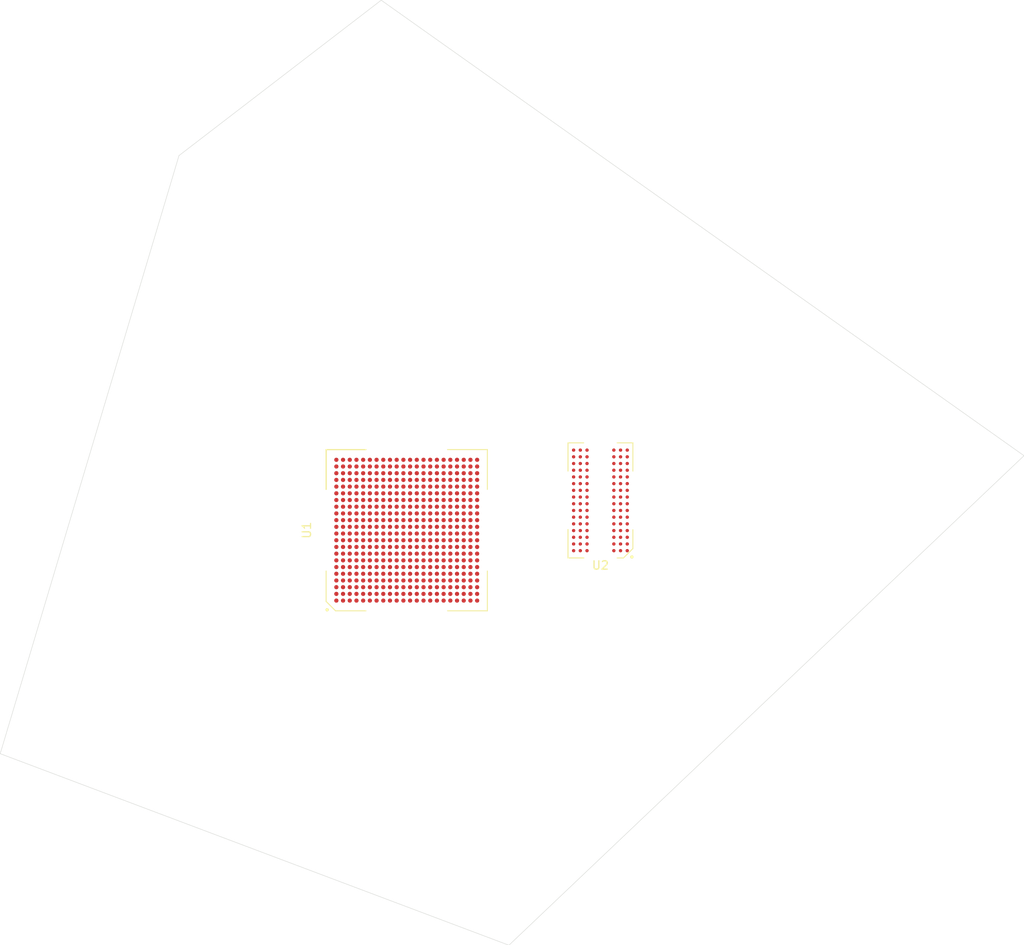
<source format=kicad_pcb>
(kicad_pcb (version 20171130) (host pcbnew "(5.1.4)-1")

  (general
    (thickness 1.6)
    (drawings 5)
    (tracks 0)
    (zones 0)
    (modules 2)
    (nets 40)
  )

  (page A4)
  (layers
    (0 F.Cu signal)
    (31 B.Cu signal)
    (32 B.Adhes user)
    (33 F.Adhes user)
    (34 B.Paste user)
    (35 F.Paste user)
    (36 B.SilkS user)
    (37 F.SilkS user)
    (38 B.Mask user)
    (39 F.Mask user)
    (40 Dwgs.User user)
    (41 Cmts.User user)
    (42 Eco1.User user)
    (43 Eco2.User user)
    (44 Edge.Cuts user)
    (45 Margin user)
    (46 B.CrtYd user)
    (47 F.CrtYd user)
    (48 B.Fab user)
    (49 F.Fab user)
  )

  (setup
    (last_trace_width 0.25)
    (trace_clearance 0.2)
    (zone_clearance 0.508)
    (zone_45_only no)
    (trace_min 0.2)
    (via_size 0.8)
    (via_drill 0.4)
    (via_min_size 0.4)
    (via_min_drill 0.3)
    (uvia_size 0.3)
    (uvia_drill 0.1)
    (uvias_allowed no)
    (uvia_min_size 0.2)
    (uvia_min_drill 0.1)
    (edge_width 0.05)
    (segment_width 0.2)
    (pcb_text_width 0.3)
    (pcb_text_size 1.5 1.5)
    (mod_edge_width 0.12)
    (mod_text_size 1 1)
    (mod_text_width 0.15)
    (pad_size 1.524 1.524)
    (pad_drill 0.762)
    (pad_to_mask_clearance 0.051)
    (solder_mask_min_width 0.25)
    (aux_axis_origin 0 0)
    (visible_elements 7FFFFFFF)
    (pcbplotparams
      (layerselection 0x010fc_ffffffff)
      (usegerberextensions false)
      (usegerberattributes false)
      (usegerberadvancedattributes false)
      (creategerberjobfile false)
      (excludeedgelayer true)
      (linewidth 0.100000)
      (plotframeref false)
      (viasonmask false)
      (mode 1)
      (useauxorigin false)
      (hpglpennumber 1)
      (hpglpenspeed 20)
      (hpglpendiameter 15.000000)
      (psnegative false)
      (psa4output false)
      (plotreference true)
      (plotvalue true)
      (plotinvisibletext false)
      (padsonsilk false)
      (subtractmaskfromsilk false)
      (outputformat 1)
      (mirror false)
      (drillshape 1)
      (scaleselection 1)
      (outputdirectory ""))
  )

  (net 0 "")
  (net 1 GND)
  (net 2 /DDR/DDR_A0)
  (net 3 /DDR/DDR_A4)
  (net 4 /DDR/DDR_A11)
  (net 5 /DDR/DDR_A10)
  (net 6 /DDR/DDR_ALERTN)
  (net 7 /DDR/DDR_A1)
  (net 8 /DDR/DDR_A6)
  (net 9 /DDR/DDR_A3)
  (net 10 /DDR/DDR_A13)
  (net 11 /DDR/DDR_A7)
  (net 12 /DDR/DDR_PARITY)
  (net 13 /DDR/DDR_A12)
  (net 14 /DDR/DDR_A9)
  (net 15 /DDR/DDR_RESETN)
  (net 16 /DDR/DDR_A2)
  (net 17 /DDR/DDR_A14)
  (net 18 /DDR/DDR_A8)
  (net 19 /DDR/DDR_A5)
  (net 20 /DDR/DDR_A15)
  (net 21 /DDR/DDR_A16)
  (net 22 /DDR/DDR_D15)
  (net 23 /DDR/DDR_D14)
  (net 24 /DDR/DDR_ACTN)
  (net 25 /DDR/DDR_D13)
  (net 26 /DDR/DDR_D12)
  (net 27 /DDR/DDR_D11)
  (net 28 /DDR/DDR_D10)
  (net 29 /DDR/DDR_D0)
  (net 30 /DDR/DDR_D8)
  (net 31 /DDR/DDR_D9)
  (net 32 /DDR/DDR_D2)
  (net 33 /DDR/DDR_D1)
  (net 34 /DDR/DDR_D3)
  (net 35 /DDR/DDR_D4)
  (net 36 /DDR/DDR_D5)
  (net 37 /DDR/DDR_D6)
  (net 38 /DDR/DDR_D7)
  (net 39 +1V2)

  (net_class Default "Esta es la clase de red por defecto."
    (clearance 0.2)
    (trace_width 0.25)
    (via_dia 0.8)
    (via_drill 0.4)
    (uvia_dia 0.3)
    (uvia_drill 0.1)
    (add_net +1V2)
    (add_net /DDR/DDR_A0)
    (add_net /DDR/DDR_A1)
    (add_net /DDR/DDR_A10)
    (add_net /DDR/DDR_A11)
    (add_net /DDR/DDR_A12)
    (add_net /DDR/DDR_A13)
    (add_net /DDR/DDR_A14)
    (add_net /DDR/DDR_A15)
    (add_net /DDR/DDR_A16)
    (add_net /DDR/DDR_A2)
    (add_net /DDR/DDR_A3)
    (add_net /DDR/DDR_A4)
    (add_net /DDR/DDR_A5)
    (add_net /DDR/DDR_A6)
    (add_net /DDR/DDR_A7)
    (add_net /DDR/DDR_A8)
    (add_net /DDR/DDR_A9)
    (add_net /DDR/DDR_ACTN)
    (add_net /DDR/DDR_ALERTN)
    (add_net /DDR/DDR_D0)
    (add_net /DDR/DDR_D1)
    (add_net /DDR/DDR_D10)
    (add_net /DDR/DDR_D11)
    (add_net /DDR/DDR_D12)
    (add_net /DDR/DDR_D13)
    (add_net /DDR/DDR_D14)
    (add_net /DDR/DDR_D15)
    (add_net /DDR/DDR_D2)
    (add_net /DDR/DDR_D3)
    (add_net /DDR/DDR_D4)
    (add_net /DDR/DDR_D5)
    (add_net /DDR/DDR_D6)
    (add_net /DDR/DDR_D7)
    (add_net /DDR/DDR_D8)
    (add_net /DDR/DDR_D9)
    (add_net /DDR/DDR_PARITY)
    (add_net /DDR/DDR_RESETN)
    (add_net /MIO&REFERENCE/PS_CLK)
    (add_net /MIO&REFERENCE/PS_SRST)
    (add_net /MIO&REFERENCE/PS_TCK)
    (add_net /MIO&REFERENCE/PS_TDI)
    (add_net /MIO&REFERENCE/PS_TDO)
    (add_net /MIO&REFERENCE/PS_TMS)
    (add_net GND)
    (add_net "Net-(U1-PadA11)")
    (add_net "Net-(U1-PadA12)")
    (add_net "Net-(U1-PadA13)")
    (add_net "Net-(U1-PadA14)")
    (add_net "Net-(U1-PadA16)")
    (add_net "Net-(U1-PadA17)")
    (add_net "Net-(U1-PadA21)")
    (add_net "Net-(U1-PadAA1)")
    (add_net "Net-(U1-PadAA13)")
    (add_net "Net-(U1-PadAA2)")
    (add_net "Net-(U1-PadAA3)")
    (add_net "Net-(U1-PadAA4)")
    (add_net "Net-(U1-PadAA5)")
    (add_net "Net-(U1-PadAA6)")
    (add_net "Net-(U1-PadAA9)")
    (add_net "Net-(U1-PadAB14)")
    (add_net "Net-(U1-PadAB18)")
    (add_net "Net-(U1-PadAB2)")
    (add_net "Net-(U1-PadAB4)")
    (add_net "Net-(U1-PadAB5)")
    (add_net "Net-(U1-PadAB6)")
    (add_net "Net-(U1-PadAB9)")
    (add_net "Net-(U1-PadB10)")
    (add_net "Net-(U1-PadB11)")
    (add_net "Net-(U1-PadB12)")
    (add_net "Net-(U1-PadB14)")
    (add_net "Net-(U1-PadB15)")
    (add_net "Net-(U1-PadB16)")
    (add_net "Net-(U1-PadB17)")
    (add_net "Net-(U1-PadB18)")
    (add_net "Net-(U1-PadB19)")
    (add_net "Net-(U1-PadB3)")
    (add_net "Net-(U1-PadB8)")
    (add_net "Net-(U1-PadC10)")
    (add_net "Net-(U1-PadC11)")
    (add_net "Net-(U1-PadC12)")
    (add_net "Net-(U1-PadC13)")
    (add_net "Net-(U1-PadC14)")
    (add_net "Net-(U1-PadC15)")
    (add_net "Net-(U1-PadC16)")
    (add_net "Net-(U1-PadC17)")
    (add_net "Net-(U1-PadC4)")
    (add_net "Net-(U1-PadC9)")
    (add_net "Net-(U1-PadD10)")
    (add_net "Net-(U1-PadD11)")
    (add_net "Net-(U1-PadD12)")
    (add_net "Net-(U1-PadD13)")
    (add_net "Net-(U1-PadD14)")
    (add_net "Net-(U1-PadD15)")
    (add_net "Net-(U1-PadD16)")
    (add_net "Net-(U1-PadD17)")
    (add_net "Net-(U1-PadD18)")
    (add_net "Net-(U1-PadD19)")
    (add_net "Net-(U1-PadE10)")
    (add_net "Net-(U1-PadE11)")
    (add_net "Net-(U1-PadE13)")
    (add_net "Net-(U1-PadE14)")
    (add_net "Net-(U1-PadE15)")
    (add_net "Net-(U1-PadE16)")
    (add_net "Net-(U1-PadE7)")
    (add_net "Net-(U1-PadE9)")
    (add_net "Net-(U1-PadF10)")
    (add_net "Net-(U1-PadF11)")
    (add_net "Net-(U1-PadF12)")
    (add_net "Net-(U1-PadF13)")
    (add_net "Net-(U1-PadF14)")
    (add_net "Net-(U1-PadF16)")
    (add_net "Net-(U1-PadF17)")
    (add_net "Net-(U1-PadF18)")
    (add_net "Net-(U1-PadF19)")
    (add_net "Net-(U1-PadF9)")
    (add_net "Net-(U1-PadG10)")
    (add_net "Net-(U1-PadG11)")
    (add_net "Net-(U1-PadG12)")
    (add_net "Net-(U1-PadG13)")
    (add_net "Net-(U1-PadG14)")
    (add_net "Net-(U1-PadG15)")
    (add_net "Net-(U1-PadG16)")
    (add_net "Net-(U1-PadG17)")
    (add_net "Net-(U1-PadG3)")
    (add_net "Net-(U1-PadG9)")
    (add_net "Net-(U1-PadH10)")
    (add_net "Net-(U1-PadH15)")
    (add_net "Net-(U1-PadH16)")
    (add_net "Net-(U1-PadH17)")
    (add_net "Net-(U1-PadH18)")
    (add_net "Net-(U1-PadH19)")
    (add_net "Net-(U1-PadH7)")
    (add_net "Net-(U1-PadH8)")
    (add_net "Net-(U1-PadJ11)")
    (add_net "Net-(U1-PadJ15)")
    (add_net "Net-(U1-PadJ16)")
    (add_net "Net-(U1-PadJ17)")
    (add_net "Net-(U1-PadJ6)")
    (add_net "Net-(U1-PadJ7)")
    (add_net "Net-(U1-PadJ9)")
    (add_net "Net-(U1-PadK12)")
    (add_net "Net-(U1-PadK14)")
    (add_net "Net-(U1-PadK15)")
    (add_net "Net-(U1-PadK16)")
    (add_net "Net-(U1-PadK18)")
    (add_net "Net-(U1-PadK19)")
    (add_net "Net-(U1-PadK2)")
    (add_net "Net-(U1-PadK5)")
    (add_net "Net-(U1-PadK6)")
    (add_net "Net-(U1-PadK8)")
    (add_net "Net-(U1-PadL11)")
    (add_net "Net-(U1-PadL12)")
    (add_net "Net-(U1-PadL13)")
    (add_net "Net-(U1-PadL14)")
    (add_net "Net-(U1-PadL16)")
    (add_net "Net-(U1-PadL17)")
    (add_net "Net-(U1-PadL6)")
    (add_net "Net-(U1-PadL7)")
    (add_net "Net-(U1-PadM12)")
    (add_net "Net-(U1-PadM14)")
    (add_net "Net-(U1-PadM15)")
    (add_net "Net-(U1-PadM16)")
    (add_net "Net-(U1-PadM17)")
    (add_net "Net-(U1-PadM20)")
    (add_net "Net-(U1-PadM6)")
    (add_net "Net-(U1-PadM7)")
    (add_net "Net-(U1-PadM8)")
    (add_net "Net-(U1-PadN11)")
    (add_net "Net-(U1-PadN12)")
    (add_net "Net-(U1-PadN13)")
    (add_net "Net-(U1-PadN14)")
    (add_net "Net-(U1-PadN15)")
    (add_net "Net-(U1-PadN17)")
    (add_net "Net-(U1-PadN18)")
    (add_net "Net-(U1-PadN19)")
    (add_net "Net-(U1-PadN7)")
    (add_net "Net-(U1-PadP10)")
    (add_net "Net-(U1-PadP12)")
    (add_net "Net-(U1-PadP13)")
    (add_net "Net-(U1-PadP17)")
    (add_net "Net-(U1-PadP18)")
    (add_net "Net-(U1-PadP19)")
    (add_net "Net-(U1-PadP20)")
    (add_net "Net-(U1-PadP21)")
    (add_net "Net-(U1-PadP22)")
    (add_net "Net-(U1-PadP4)")
    (add_net "Net-(U1-PadP6)")
    (add_net "Net-(U1-PadP8)")
    (add_net "Net-(U1-PadR11)")
    (add_net "Net-(U1-PadR13)")
    (add_net "Net-(U1-PadR14)")
    (add_net "Net-(U1-PadR15)")
    (add_net "Net-(U1-PadR16)")
    (add_net "Net-(U1-PadR18)")
    (add_net "Net-(U1-PadR19)")
    (add_net "Net-(U1-PadR20)")
    (add_net "Net-(U1-PadR21)")
    (add_net "Net-(U1-PadR6)")
    (add_net "Net-(U1-PadR7)")
    (add_net "Net-(U1-PadR9)")
    (add_net "Net-(U1-PadT10)")
    (add_net "Net-(U1-PadT12)")
    (add_net "Net-(U1-PadT13)")
    (add_net "Net-(U1-PadT14)")
    (add_net "Net-(U1-PadT16)")
    (add_net "Net-(U1-PadT17)")
    (add_net "Net-(U1-PadT19)")
    (add_net "Net-(U1-PadT20)")
    (add_net "Net-(U1-PadT22)")
    (add_net "Net-(U1-PadT6)")
    (add_net "Net-(U1-PadT9)")
    (add_net "Net-(U1-PadU10)")
    (add_net "Net-(U1-PadU11)")
    (add_net "Net-(U1-PadU12)")
    (add_net "Net-(U1-PadU14)")
    (add_net "Net-(U1-PadU16)")
    (add_net "Net-(U1-PadU17)")
    (add_net "Net-(U1-PadU20)")
    (add_net "Net-(U1-PadU21)")
    (add_net "Net-(U1-PadU22)")
    (add_net "Net-(U1-PadU4)")
    (add_net "Net-(U1-PadU5)")
    (add_net "Net-(U1-PadU6)")
    (add_net "Net-(U1-PadU7)")
    (add_net "Net-(U1-PadU9)")
    (add_net "Net-(U1-PadV10)")
    (add_net "Net-(U1-PadV12)")
    (add_net "Net-(U1-PadV13)")
    (add_net "Net-(U1-PadV14)")
    (add_net "Net-(U1-PadV15)")
    (add_net "Net-(U1-PadV16)")
    (add_net "Net-(U1-PadV17)")
    (add_net "Net-(U1-PadV18)")
    (add_net "Net-(U1-PadV19)")
    (add_net "Net-(U1-PadV2)")
    (add_net "Net-(U1-PadV20)")
    (add_net "Net-(U1-PadV21)")
    (add_net "Net-(U1-PadV22)")
    (add_net "Net-(U1-PadV3)")
    (add_net "Net-(U1-PadV4)")
    (add_net "Net-(U1-PadV5)")
    (add_net "Net-(U1-PadV6)")
    (add_net "Net-(U1-PadV7)")
    (add_net "Net-(U1-PadV8)")
    (add_net "Net-(U1-PadV9)")
    (add_net "Net-(U1-PadW1)")
    (add_net "Net-(U1-PadW11)")
    (add_net "Net-(U1-PadW12)")
    (add_net "Net-(U1-PadW13)")
    (add_net "Net-(U1-PadW15)")
    (add_net "Net-(U1-PadW16)")
    (add_net "Net-(U1-PadW18)")
    (add_net "Net-(U1-PadW2)")
    (add_net "Net-(U1-PadW20)")
    (add_net "Net-(U1-PadW21)")
    (add_net "Net-(U1-PadW22)")
    (add_net "Net-(U1-PadW3)")
    (add_net "Net-(U1-PadW5)")
    (add_net "Net-(U1-PadW6)")
    (add_net "Net-(U1-PadW7)")
    (add_net "Net-(U1-PadW8)")
    (add_net "Net-(U1-PadY1)")
    (add_net "Net-(U1-PadY13)")
    (add_net "Net-(U1-PadY17)")
    (add_net "Net-(U1-PadY22)")
    (add_net "Net-(U1-PadY3)")
    (add_net "Net-(U1-PadY4)")
    (add_net "Net-(U1-PadY5)")
    (add_net "Net-(U1-PadY6)")
    (add_net "Net-(U1-PadY9)")
    (add_net "Net-(U2-PadA7)")
    (add_net "Net-(U2-PadB1)")
    (add_net "Net-(U2-PadB7)")
    (add_net "Net-(U2-PadE2)")
    (add_net "Net-(U2-PadE7)")
    (add_net "Net-(U2-PadF3)")
    (add_net "Net-(U2-PadF9)")
    (add_net "Net-(U2-PadG3)")
    (add_net "Net-(U2-PadK2)")
    (add_net "Net-(U2-PadK3)")
    (add_net "Net-(U2-PadK7)")
    (add_net "Net-(U2-PadK8)")
    (add_net "Net-(U2-PadL7)")
    (add_net "Net-(U2-PadM1)")
    (add_net "Net-(U2-PadM2)")
    (add_net "Net-(U2-PadN2)")
    (add_net "Net-(U2-PadN8)")
    (add_net "Net-(U2-PadN9)")
    (add_net "Net-(U2-PadR9)")
    (add_net "Net-(U2-PadT7)")
  )

  (module Zynq-eame_UltraScale_0:FBGA96_LY (layer F.Cu) (tedit 60048F5D) (tstamp 60050E02)
    (at 112.268 84.582 180)
    (path /60263045/60292752)
    (attr smd)
    (fp_text reference U2 (at 0 -7.75) (layer F.SilkS)
      (effects (font (size 1 1) (thickness 0.15)))
    )
    (fp_text value MT40A512M16 (at 0 7.75) (layer F.Fab)
      (effects (font (size 1 1) (thickness 0.15)))
    )
    (fp_line (start -4 7) (end -4 -7) (layer F.CrtYd) (width 0.05))
    (fp_line (start 4 7) (end -4 7) (layer F.CrtYd) (width 0.05))
    (fp_line (start 4 -7) (end 4 7) (layer F.CrtYd) (width 0.05))
    (fp_line (start -4 -7) (end 4 -7) (layer F.CrtYd) (width 0.05))
    (fp_circle (center -3.75 -6.75) (end -3.75 -6.65) (layer F.SilkS) (width 0.2))
    (fp_line (start -3.87 -5.75) (end -3.87 -3.495) (layer F.SilkS) (width 0.12))
    (fp_line (start -2.75 -6.87) (end -3.87 -5.75) (layer F.SilkS) (width 0.12))
    (fp_line (start -1.995 -6.87) (end -2.75 -6.87) (layer F.SilkS) (width 0.12))
    (fp_line (start -3.87 6.87) (end -3.87 3.495) (layer F.SilkS) (width 0.12))
    (fp_line (start -1.995 6.87) (end -3.87 6.87) (layer F.SilkS) (width 0.12))
    (fp_line (start 3.87 -6.87) (end 3.87 -3.495) (layer F.SilkS) (width 0.12))
    (fp_line (start 1.995 -6.87) (end 3.87 -6.87) (layer F.SilkS) (width 0.12))
    (fp_line (start 3.87 6.87) (end 3.87 3.495) (layer F.SilkS) (width 0.12))
    (fp_line (start 1.995 6.87) (end 3.87 6.87) (layer F.SilkS) (width 0.12))
    (fp_line (start 3.87 -6.87) (end 3.87 -3.495) (layer F.SilkS) (width 0.12))
    (fp_line (start 1.995 -6.87) (end 3.87 -6.87) (layer F.SilkS) (width 0.12))
    (fp_line (start 3.87 -6.87) (end 3.87 -3.495) (layer F.SilkS) (width 0.12))
    (fp_line (start 1.995 -6.87) (end 3.87 -6.87) (layer F.SilkS) (width 0.12))
    (fp_line (start 3.75 -6.75) (end -2.75 -6.75) (layer F.Fab) (width 0.1))
    (fp_line (start 3.75 6.75) (end 3.75 -6.75) (layer F.Fab) (width 0.1))
    (fp_line (start -3.75 6.75) (end 3.75 6.75) (layer F.Fab) (width 0.1))
    (fp_line (start -3.75 -5.75) (end -3.75 6.75) (layer F.Fab) (width 0.1))
    (fp_line (start -2.75 -6.75) (end -3.75 -5.75) (layer F.Fab) (width 0.1))
    (pad T9 smd circle (at 3.2 6 180) (size 0.4 0.4) (layers F.Cu F.Paste F.Mask)
      (net 1 GND))
    (pad R9 smd circle (at 3.2 5.2 180) (size 0.4 0.4) (layers F.Cu F.Paste F.Mask))
    (pad P9 smd circle (at 3.2 4.4 180) (size 0.4 0.4) (layers F.Cu F.Paste F.Mask)
      (net 6 /DDR/DDR_ALERTN))
    (pad N9 smd circle (at 3.2 3.6 180) (size 0.4 0.4) (layers F.Cu F.Paste F.Mask))
    (pad M9 smd circle (at 3.2 2.8 180) (size 0.4 0.4) (layers F.Cu F.Paste F.Mask)
      (net 1 GND))
    (pad L9 smd circle (at 3.2 2 180) (size 0.4 0.4) (layers F.Cu F.Paste F.Mask)
      (net 1 GND))
    (pad K9 smd circle (at 3.2 1.2 180) (size 0.4 0.4) (layers F.Cu F.Paste F.Mask)
      (net 1 GND))
    (pad J9 smd circle (at 3.2 0.4 180) (size 0.4 0.4) (layers F.Cu F.Paste F.Mask)
      (net 1 GND))
    (pad H9 smd circle (at 3.2 -0.4 180) (size 0.4 0.4) (layers F.Cu F.Paste F.Mask)
      (net 39 +1V2))
    (pad G9 smd circle (at 3.2 -1.2 180) (size 0.4 0.4) (layers F.Cu F.Paste F.Mask)
      (net 39 +1V2))
    (pad F9 smd circle (at 3.2 -2 180) (size 0.4 0.4) (layers F.Cu F.Paste F.Mask))
    (pad E9 smd circle (at 3.2 -2.8 180) (size 0.4 0.4) (layers F.Cu F.Paste F.Mask)
      (net 1 GND))
    (pad D9 smd circle (at 3.2 -3.6 180) (size 0.4 0.4) (layers F.Cu F.Paste F.Mask)
      (net 39 +1V2))
    (pad C9 smd circle (at 3.2 -4.4 180) (size 0.4 0.4) (layers F.Cu F.Paste F.Mask)
      (net 39 +1V2))
    (pad B9 smd circle (at 3.2 -5.2 180) (size 0.4 0.4) (layers F.Cu F.Paste F.Mask)
      (net 1 GND))
    (pad A9 smd circle (at 3.2 -6 180) (size 0.4 0.4) (layers F.Cu F.Paste F.Mask)
      (net 39 +1V2))
    (pad T8 smd circle (at 2.4 6 180) (size 0.4 0.4) (layers F.Cu F.Paste F.Mask)
      (net 10 /DDR/DDR_A13))
    (pad R8 smd circle (at 2.4 5.2 180) (size 0.4 0.4) (layers F.Cu F.Paste F.Mask)
      (net 11 /DDR/DDR_A7))
    (pad P8 smd circle (at 2.4 4.4 180) (size 0.4 0.4) (layers F.Cu F.Paste F.Mask)
      (net 19 /DDR/DDR_A5))
    (pad N8 smd circle (at 2.4 3.6 180) (size 0.4 0.4) (layers F.Cu F.Paste F.Mask))
    (pad M8 smd circle (at 2.4 2.8 180) (size 0.4 0.4) (layers F.Cu F.Paste F.Mask)
      (net 20 /DDR/DDR_A15))
    (pad L8 smd circle (at 2.4 2 180) (size 0.4 0.4) (layers F.Cu F.Paste F.Mask)
      (net 21 /DDR/DDR_A16))
    (pad K8 smd circle (at 2.4 1.2 180) (size 0.4 0.4) (layers F.Cu F.Paste F.Mask))
    (pad J8 smd circle (at 2.4 0.4 180) (size 0.4 0.4) (layers F.Cu F.Paste F.Mask)
      (net 39 +1V2))
    (pad H8 smd circle (at 2.4 -0.4 180) (size 0.4 0.4) (layers F.Cu F.Paste F.Mask)
      (net 36 /DDR/DDR_D5))
    (pad G8 smd circle (at 2.4 -1.2 180) (size 0.4 0.4) (layers F.Cu F.Paste F.Mask)
      (net 1 GND))
    (pad F8 smd circle (at 2.4 -2 180) (size 0.4 0.4) (layers F.Cu F.Paste F.Mask)
      (net 39 +1V2))
    (pad E8 smd circle (at 2.4 -2.8 180) (size 0.4 0.4) (layers F.Cu F.Paste F.Mask)
      (net 39 +1V2))
    (pad D8 smd circle (at 2.4 -3.6 180) (size 0.4 0.4) (layers F.Cu F.Paste F.Mask)
      (net 39 +1V2))
    (pad C8 smd circle (at 2.4 -4.4 180) (size 0.4 0.4) (layers F.Cu F.Paste F.Mask)
      (net 25 /DDR/DDR_D13))
    (pad B8 smd circle (at 2.4 -5.2 180) (size 0.4 0.4) (layers F.Cu F.Paste F.Mask)
      (net 31 /DDR/DDR_D9))
    (pad A8 smd circle (at 2.4 -6 180) (size 0.4 0.4) (layers F.Cu F.Paste F.Mask)
      (net 39 +1V2))
    (pad T7 smd circle (at 1.6 6 180) (size 0.4 0.4) (layers F.Cu F.Paste F.Mask))
    (pad R7 smd circle (at 1.6 5.2 180) (size 0.4 0.4) (layers F.Cu F.Paste F.Mask)
      (net 14 /DDR/DDR_A9))
    (pad P7 smd circle (at 1.6 4.4 180) (size 0.4 0.4) (layers F.Cu F.Paste F.Mask)
      (net 7 /DDR/DDR_A1))
    (pad N7 smd circle (at 1.6 3.6 180) (size 0.4 0.4) (layers F.Cu F.Paste F.Mask)
      (net 9 /DDR/DDR_A3))
    (pad M7 smd circle (at 1.6 2.8 180) (size 0.4 0.4) (layers F.Cu F.Paste F.Mask)
      (net 13 /DDR/DDR_A12))
    (pad L7 smd circle (at 1.6 2 180) (size 0.4 0.4) (layers F.Cu F.Paste F.Mask))
    (pad K7 smd circle (at 1.6 1.2 180) (size 0.4 0.4) (layers F.Cu F.Paste F.Mask))
    (pad J7 smd circle (at 1.6 0.4 180) (size 0.4 0.4) (layers F.Cu F.Paste F.Mask)
      (net 38 /DDR/DDR_D7))
    (pad H7 smd circle (at 1.6 -0.4 180) (size 0.4 0.4) (layers F.Cu F.Paste F.Mask)
      (net 34 /DDR/DDR_D3))
    (pad G7 smd circle (at 1.6 -1.2 180) (size 0.4 0.4) (layers F.Cu F.Paste F.Mask)
      (net 1 GND))
    (pad F7 smd circle (at 1.6 -2 180) (size 0.4 0.4) (layers F.Cu F.Paste F.Mask)
      (net 33 /DDR/DDR_D1))
    (pad E7 smd circle (at 1.6 -2.8 180) (size 0.4 0.4) (layers F.Cu F.Paste F.Mask))
    (pad D7 smd circle (at 1.6 -3.6 180) (size 0.4 0.4) (layers F.Cu F.Paste F.Mask)
      (net 22 /DDR/DDR_D15))
    (pad C7 smd circle (at 1.6 -4.4 180) (size 0.4 0.4) (layers F.Cu F.Paste F.Mask)
      (net 27 /DDR/DDR_D11))
    (pad B7 smd circle (at 1.6 -5.2 180) (size 0.4 0.4) (layers F.Cu F.Paste F.Mask))
    (pad A7 smd circle (at 1.6 -6 180) (size 0.4 0.4) (layers F.Cu F.Paste F.Mask))
    (pad T3 smd circle (at -1.6 6 180) (size 0.4 0.4) (layers F.Cu F.Paste F.Mask)
      (net 12 /DDR/DDR_PARITY))
    (pad R3 smd circle (at -1.6 5.2 180) (size 0.4 0.4) (layers F.Cu F.Paste F.Mask)
      (net 16 /DDR/DDR_A2))
    (pad P3 smd circle (at -1.6 4.4 180) (size 0.4 0.4) (layers F.Cu F.Paste F.Mask)
      (net 2 /DDR/DDR_A0))
    (pad N3 smd circle (at -1.6 3.6 180) (size 0.4 0.4) (layers F.Cu F.Paste F.Mask)
      (net 3 /DDR/DDR_A4))
    (pad M3 smd circle (at -1.6 2.8 180) (size 0.4 0.4) (layers F.Cu F.Paste F.Mask)
      (net 5 /DDR/DDR_A10))
    (pad L3 smd circle (at -1.6 2 180) (size 0.4 0.4) (layers F.Cu F.Paste F.Mask)
      (net 24 /DDR/DDR_ACTN))
    (pad K3 smd circle (at -1.6 1.2 180) (size 0.4 0.4) (layers F.Cu F.Paste F.Mask))
    (pad J3 smd circle (at -1.6 0.4 180) (size 0.4 0.4) (layers F.Cu F.Paste F.Mask)
      (net 37 /DDR/DDR_D6))
    (pad H3 smd circle (at -1.6 -0.4 180) (size 0.4 0.4) (layers F.Cu F.Paste F.Mask)
      (net 32 /DDR/DDR_D2))
    (pad G3 smd circle (at -1.6 -1.2 180) (size 0.4 0.4) (layers F.Cu F.Paste F.Mask))
    (pad F3 smd circle (at -1.6 -2 180) (size 0.4 0.4) (layers F.Cu F.Paste F.Mask))
    (pad E3 smd circle (at -1.6 -2.8 180) (size 0.4 0.4) (layers F.Cu F.Paste F.Mask)
      (net 39 +1V2))
    (pad D3 smd circle (at -1.6 -3.6 180) (size 0.4 0.4) (layers F.Cu F.Paste F.Mask)
      (net 23 /DDR/DDR_D14))
    (pad C3 smd circle (at -1.6 -4.4 180) (size 0.4 0.4) (layers F.Cu F.Paste F.Mask)
      (net 28 /DDR/DDR_D10))
    (pad B3 smd circle (at -1.6 -5.2 180) (size 0.4 0.4) (layers F.Cu F.Paste F.Mask)
      (net 1 GND))
    (pad A3 smd circle (at -1.6 -6 180) (size 0.4 0.4) (layers F.Cu F.Paste F.Mask)
      (net 30 /DDR/DDR_D8))
    (pad T2 smd circle (at -2.4 6 180) (size 0.4 0.4) (layers F.Cu F.Paste F.Mask)
      (net 4 /DDR/DDR_A11))
    (pad R2 smd circle (at -2.4 5.2 180) (size 0.4 0.4) (layers F.Cu F.Paste F.Mask)
      (net 18 /DDR/DDR_A8))
    (pad P2 smd circle (at -2.4 4.4 180) (size 0.4 0.4) (layers F.Cu F.Paste F.Mask)
      (net 8 /DDR/DDR_A6))
    (pad N2 smd circle (at -2.4 3.6 180) (size 0.4 0.4) (layers F.Cu F.Paste F.Mask))
    (pad M2 smd circle (at -2.4 2.8 180) (size 0.4 0.4) (layers F.Cu F.Paste F.Mask))
    (pad L2 smd circle (at -2.4 2 180) (size 0.4 0.4) (layers F.Cu F.Paste F.Mask)
      (net 17 /DDR/DDR_A14))
    (pad K2 smd circle (at -2.4 1.2 180) (size 0.4 0.4) (layers F.Cu F.Paste F.Mask))
    (pad J2 smd circle (at -2.4 0.4 180) (size 0.4 0.4) (layers F.Cu F.Paste F.Mask)
      (net 39 +1V2))
    (pad H2 smd circle (at -2.4 -0.4 180) (size 0.4 0.4) (layers F.Cu F.Paste F.Mask)
      (net 35 /DDR/DDR_D4))
    (pad G2 smd circle (at -2.4 -1.2 180) (size 0.4 0.4) (layers F.Cu F.Paste F.Mask)
      (net 29 /DDR/DDR_D0))
    (pad F2 smd circle (at -2.4 -2 180) (size 0.4 0.4) (layers F.Cu F.Paste F.Mask)
      (net 39 +1V2))
    (pad E2 smd circle (at -2.4 -2.8 180) (size 0.4 0.4) (layers F.Cu F.Paste F.Mask))
    (pad D2 smd circle (at -2.4 -3.6 180) (size 0.4 0.4) (layers F.Cu F.Paste F.Mask)
      (net 39 +1V2))
    (pad C2 smd circle (at -2.4 -4.4 180) (size 0.4 0.4) (layers F.Cu F.Paste F.Mask)
      (net 26 /DDR/DDR_D12))
    (pad B2 smd circle (at -2.4 -5.2 180) (size 0.4 0.4) (layers F.Cu F.Paste F.Mask)
      (net 1 GND))
    (pad A2 smd circle (at -2.4 -6 180) (size 0.4 0.4) (layers F.Cu F.Paste F.Mask)
      (net 39 +1V2))
    (pad T1 smd circle (at -3.2 6 180) (size 0.4 0.4) (layers F.Cu F.Paste F.Mask)
      (net 1 GND))
    (pad R1 smd circle (at -3.2 5.2 180) (size 0.4 0.4) (layers F.Cu F.Paste F.Mask)
      (net 1 GND))
    (pad P1 smd circle (at -3.2 4.4 180) (size 0.4 0.4) (layers F.Cu F.Paste F.Mask)
      (net 15 /DDR/DDR_RESETN))
    (pad N1 smd circle (at -3.2 3.6 180) (size 0.4 0.4) (layers F.Cu F.Paste F.Mask)
      (net 1 GND))
    (pad M1 smd circle (at -3.2 2.8 180) (size 0.4 0.4) (layers F.Cu F.Paste F.Mask))
    (pad L1 smd circle (at -3.2 2 180) (size 0.4 0.4) (layers F.Cu F.Paste F.Mask)
      (net 1 GND))
    (pad K1 smd circle (at -3.2 1.2 180) (size 0.4 0.4) (layers F.Cu F.Paste F.Mask)
      (net 1 GND))
    (pad J1 smd circle (at -3.2 0.4 180) (size 0.4 0.4) (layers F.Cu F.Paste F.Mask)
      (net 1 GND))
    (pad H1 smd circle (at -3.2 -0.4 180) (size 0.4 0.4) (layers F.Cu F.Paste F.Mask)
      (net 39 +1V2))
    (pad G1 smd circle (at -3.2 -1.2 180) (size 0.4 0.4) (layers F.Cu F.Paste F.Mask)
      (net 39 +1V2))
    (pad F1 smd circle (at -3.2 -2 180) (size 0.4 0.4) (layers F.Cu F.Paste F.Mask)
      (net 39 +1V2))
    (pad E1 smd circle (at -3.2 -2.8 180) (size 0.4 0.4) (layers F.Cu F.Paste F.Mask)
      (net 1 GND))
    (pad D1 smd circle (at -3.2 -3.6 180) (size 0.4 0.4) (layers F.Cu F.Paste F.Mask)
      (net 1 GND))
    (pad C1 smd circle (at -3.2 -4.4 180) (size 0.4 0.4) (layers F.Cu F.Paste F.Mask)
      (net 39 +1V2))
    (pad B1 smd circle (at -3.2 -5.2 180) (size 0.4 0.4) (layers F.Cu F.Paste F.Mask))
    (pad A1 smd circle (at -3.2 -6 180) (size 0.4 0.4) (layers F.Cu F.Paste F.Mask)
      (net 39 +1V2))
  )

  (module Zynq-eame_UltraScale_0:SBVA484 (layer F.Cu) (tedit 0) (tstamp 6004EB65)
    (at 89.154 88.138 90)
    (path /6006A227/6006B9BC)
    (attr smd)
    (fp_text reference U1 (at 0 -11.938 90) (layer F.SilkS)
      (effects (font (size 1 1) (thickness 0.15)))
    )
    (fp_text value XCZU2CG (at 0 10.5 90) (layer F.Fab)
      (effects (font (size 1 1) (thickness 0.15)))
    )
    (fp_line (start -10 10) (end -10 -10) (layer F.CrtYd) (width 0.05))
    (fp_line (start 10 10) (end -10 10) (layer F.CrtYd) (width 0.05))
    (fp_line (start 10 -10) (end 10 10) (layer F.CrtYd) (width 0.05))
    (fp_line (start -10 -10) (end 10 -10) (layer F.CrtYd) (width 0.05))
    (fp_circle (center -9.5 -9.5) (end -9.5 -9.4) (layer F.SilkS) (width 0.2))
    (fp_line (start -9.62 -8.5) (end -9.62 -4.87) (layer F.SilkS) (width 0.12))
    (fp_line (start -8.5 -9.62) (end -9.62 -8.5) (layer F.SilkS) (width 0.12))
    (fp_line (start -4.87 -9.62) (end -8.5 -9.62) (layer F.SilkS) (width 0.12))
    (fp_line (start -9.62 9.62) (end -9.62 4.87) (layer F.SilkS) (width 0.12))
    (fp_line (start -4.87 9.62) (end -9.62 9.62) (layer F.SilkS) (width 0.12))
    (fp_line (start 9.62 -9.62) (end 9.62 -4.87) (layer F.SilkS) (width 0.12))
    (fp_line (start 4.87 -9.62) (end 9.62 -9.62) (layer F.SilkS) (width 0.12))
    (fp_line (start 9.62 9.62) (end 9.62 4.87) (layer F.SilkS) (width 0.12))
    (fp_line (start 4.87 9.62) (end 9.62 9.62) (layer F.SilkS) (width 0.12))
    (fp_line (start 9.62 -9.62) (end 9.62 -4.87) (layer F.SilkS) (width 0.12))
    (fp_line (start 4.87 -9.62) (end 9.62 -9.62) (layer F.SilkS) (width 0.12))
    (fp_line (start 9.62 -9.62) (end 9.62 -4.87) (layer F.SilkS) (width 0.12))
    (fp_line (start 4.87 -9.62) (end 9.62 -9.62) (layer F.SilkS) (width 0.12))
    (fp_line (start 9.5 -9.5) (end -8.5 -9.5) (layer F.Fab) (width 0.1))
    (fp_line (start 9.5 9.5) (end 9.5 -9.5) (layer F.Fab) (width 0.1))
    (fp_line (start -9.5 9.5) (end 9.5 9.5) (layer F.Fab) (width 0.1))
    (fp_line (start -9.5 -8.5) (end -9.5 9.5) (layer F.Fab) (width 0.1))
    (fp_line (start -8.5 -9.5) (end -9.5 -8.5) (layer F.Fab) (width 0.1))
    (pad AB22 smd circle (at 8.4 8.4 90) (size 0.5 0.5) (layers F.Cu F.Paste F.Mask)
      (net 1 GND))
    (pad AA22 smd circle (at 8.4 7.6 90) (size 0.5 0.5) (layers F.Cu F.Paste F.Mask)
      (net 2 /DDR/DDR_A0))
    (pad Y22 smd circle (at 8.4 6.8 90) (size 0.5 0.5) (layers F.Cu F.Paste F.Mask))
    (pad W22 smd circle (at 8.4 6 90) (size 0.5 0.5) (layers F.Cu F.Paste F.Mask))
    (pad V22 smd circle (at 8.4 5.2 90) (size 0.5 0.5) (layers F.Cu F.Paste F.Mask))
    (pad U22 smd circle (at 8.4 4.4 90) (size 0.5 0.5) (layers F.Cu F.Paste F.Mask))
    (pad T22 smd circle (at 8.4 3.6 90) (size 0.5 0.5) (layers F.Cu F.Paste F.Mask))
    (pad R22 smd circle (at 8.4 2.8 90) (size 0.5 0.5) (layers F.Cu F.Paste F.Mask)
      (net 1 GND))
    (pad P22 smd circle (at 8.4 2 90) (size 0.5 0.5) (layers F.Cu F.Paste F.Mask))
    (pad N22 smd circle (at 8.4 1.2 90) (size 0.5 0.5) (layers F.Cu F.Paste F.Mask)
      (net 1 GND))
    (pad M22 smd circle (at 8.4 0.4 90) (size 0.5 0.5) (layers F.Cu F.Paste F.Mask))
    (pad L22 smd circle (at 8.4 -0.4 90) (size 0.5 0.5) (layers F.Cu F.Paste F.Mask)
      (net 1 GND))
    (pad K22 smd circle (at 8.4 -1.2 90) (size 0.5 0.5) (layers F.Cu F.Paste F.Mask))
    (pad J22 smd circle (at 8.4 -2 90) (size 0.5 0.5) (layers F.Cu F.Paste F.Mask)
      (net 1 GND))
    (pad H22 smd circle (at 8.4 -2.8 90) (size 0.5 0.5) (layers F.Cu F.Paste F.Mask))
    (pad G22 smd circle (at 8.4 -3.6 90) (size 0.5 0.5) (layers F.Cu F.Paste F.Mask)
      (net 1 GND))
    (pad F22 smd circle (at 8.4 -4.4 90) (size 0.5 0.5) (layers F.Cu F.Paste F.Mask))
    (pad E22 smd circle (at 8.4 -5.2 90) (size 0.5 0.5) (layers F.Cu F.Paste F.Mask)
      (net 1 GND))
    (pad D22 smd circle (at 8.4 -6 90) (size 0.5 0.5) (layers F.Cu F.Paste F.Mask))
    (pad C22 smd circle (at 8.4 -6.8 90) (size 0.5 0.5) (layers F.Cu F.Paste F.Mask)
      (net 1 GND))
    (pad B22 smd circle (at 8.4 -7.6 90) (size 0.5 0.5) (layers F.Cu F.Paste F.Mask))
    (pad A22 smd circle (at 8.4 -8.4 90) (size 0.5 0.5) (layers F.Cu F.Paste F.Mask)
      (net 1 GND))
    (pad AB21 smd circle (at 7.6 8.4 90) (size 0.5 0.5) (layers F.Cu F.Paste F.Mask)
      (net 3 /DDR/DDR_A4))
    (pad AA21 smd circle (at 7.6 7.6 90) (size 0.5 0.5) (layers F.Cu F.Paste F.Mask)
      (net 4 /DDR/DDR_A11))
    (pad Y21 smd circle (at 7.6 6.8 90) (size 0.5 0.5) (layers F.Cu F.Paste F.Mask)
      (net 5 /DDR/DDR_A10))
    (pad W21 smd circle (at 7.6 6 90) (size 0.5 0.5) (layers F.Cu F.Paste F.Mask))
    (pad V21 smd circle (at 7.6 5.2 90) (size 0.5 0.5) (layers F.Cu F.Paste F.Mask))
    (pad U21 smd circle (at 7.6 4.4 90) (size 0.5 0.5) (layers F.Cu F.Paste F.Mask))
    (pad T21 smd circle (at 7.6 3.6 90) (size 0.5 0.5) (layers F.Cu F.Paste F.Mask)
      (net 6 /DDR/DDR_ALERTN))
    (pad R21 smd circle (at 7.6 2.8 90) (size 0.5 0.5) (layers F.Cu F.Paste F.Mask))
    (pad P21 smd circle (at 7.6 2 90) (size 0.5 0.5) (layers F.Cu F.Paste F.Mask))
    (pad N21 smd circle (at 7.6 1.2 90) (size 0.5 0.5) (layers F.Cu F.Paste F.Mask)
      (net 1 GND))
    (pad M21 smd circle (at 7.6 0.4 90) (size 0.5 0.5) (layers F.Cu F.Paste F.Mask))
    (pad L21 smd circle (at 7.6 -0.4 90) (size 0.5 0.5) (layers F.Cu F.Paste F.Mask)
      (net 1 GND))
    (pad K21 smd circle (at 7.6 -1.2 90) (size 0.5 0.5) (layers F.Cu F.Paste F.Mask))
    (pad J21 smd circle (at 7.6 -2 90) (size 0.5 0.5) (layers F.Cu F.Paste F.Mask)
      (net 1 GND))
    (pad H21 smd circle (at 7.6 -2.8 90) (size 0.5 0.5) (layers F.Cu F.Paste F.Mask))
    (pad G21 smd circle (at 7.6 -3.6 90) (size 0.5 0.5) (layers F.Cu F.Paste F.Mask)
      (net 1 GND))
    (pad F21 smd circle (at 7.6 -4.4 90) (size 0.5 0.5) (layers F.Cu F.Paste F.Mask))
    (pad E21 smd circle (at 7.6 -5.2 90) (size 0.5 0.5) (layers F.Cu F.Paste F.Mask)
      (net 1 GND))
    (pad D21 smd circle (at 7.6 -6 90) (size 0.5 0.5) (layers F.Cu F.Paste F.Mask))
    (pad C21 smd circle (at 7.6 -6.8 90) (size 0.5 0.5) (layers F.Cu F.Paste F.Mask)
      (net 1 GND))
    (pad B21 smd circle (at 7.6 -7.6 90) (size 0.5 0.5) (layers F.Cu F.Paste F.Mask))
    (pad A21 smd circle (at 7.6 -8.4 90) (size 0.5 0.5) (layers F.Cu F.Paste F.Mask))
    (pad AB20 smd circle (at 6.8 8.4 90) (size 0.5 0.5) (layers F.Cu F.Paste F.Mask)
      (net 7 /DDR/DDR_A1))
    (pad AA20 smd circle (at 6.8 7.6 90) (size 0.5 0.5) (layers F.Cu F.Paste F.Mask)
      (net 1 GND))
    (pad Y20 smd circle (at 6.8 6.8 90) (size 0.5 0.5) (layers F.Cu F.Paste F.Mask)
      (net 8 /DDR/DDR_A6))
    (pad W20 smd circle (at 6.8 6 90) (size 0.5 0.5) (layers F.Cu F.Paste F.Mask))
    (pad V20 smd circle (at 6.8 5.2 90) (size 0.5 0.5) (layers F.Cu F.Paste F.Mask))
    (pad U20 smd circle (at 6.8 4.4 90) (size 0.5 0.5) (layers F.Cu F.Paste F.Mask))
    (pad T20 smd circle (at 6.8 3.6 90) (size 0.5 0.5) (layers F.Cu F.Paste F.Mask))
    (pad R20 smd circle (at 6.8 2.8 90) (size 0.5 0.5) (layers F.Cu F.Paste F.Mask))
    (pad P20 smd circle (at 6.8 2 90) (size 0.5 0.5) (layers F.Cu F.Paste F.Mask))
    (pad N20 smd circle (at 6.8 1.2 90) (size 0.5 0.5) (layers F.Cu F.Paste F.Mask)
      (net 1 GND))
    (pad M20 smd circle (at 6.8 0.4 90) (size 0.5 0.5) (layers F.Cu F.Paste F.Mask))
    (pad L20 smd circle (at 6.8 -0.4 90) (size 0.5 0.5) (layers F.Cu F.Paste F.Mask))
    (pad K20 smd circle (at 6.8 -1.2 90) (size 0.5 0.5) (layers F.Cu F.Paste F.Mask)
      (net 1 GND))
    (pad J20 smd circle (at 6.8 -2 90) (size 0.5 0.5) (layers F.Cu F.Paste F.Mask))
    (pad H20 smd circle (at 6.8 -2.8 90) (size 0.5 0.5) (layers F.Cu F.Paste F.Mask)
      (net 1 GND))
    (pad G20 smd circle (at 6.8 -3.6 90) (size 0.5 0.5) (layers F.Cu F.Paste F.Mask))
    (pad F20 smd circle (at 6.8 -4.4 90) (size 0.5 0.5) (layers F.Cu F.Paste F.Mask)
      (net 1 GND))
    (pad E20 smd circle (at 6.8 -5.2 90) (size 0.5 0.5) (layers F.Cu F.Paste F.Mask))
    (pad D20 smd circle (at 6.8 -6 90) (size 0.5 0.5) (layers F.Cu F.Paste F.Mask)
      (net 1 GND))
    (pad C20 smd circle (at 6.8 -6.8 90) (size 0.5 0.5) (layers F.Cu F.Paste F.Mask))
    (pad B20 smd circle (at 6.8 -7.6 90) (size 0.5 0.5) (layers F.Cu F.Paste F.Mask)
      (net 1 GND))
    (pad A20 smd circle (at 6.8 -8.4 90) (size 0.5 0.5) (layers F.Cu F.Paste F.Mask))
    (pad AB19 smd circle (at 6 8.4 90) (size 0.5 0.5) (layers F.Cu F.Paste F.Mask)
      (net 9 /DDR/DDR_A3))
    (pad AA19 smd circle (at 6 7.6 90) (size 0.5 0.5) (layers F.Cu F.Paste F.Mask)
      (net 10 /DDR/DDR_A13))
    (pad Y19 smd circle (at 6 6.8 90) (size 0.5 0.5) (layers F.Cu F.Paste F.Mask)
      (net 11 /DDR/DDR_A7))
    (pad W19 smd circle (at 6 6 90) (size 0.5 0.5) (layers F.Cu F.Paste F.Mask)
      (net 1 GND))
    (pad V19 smd circle (at 6 5.2 90) (size 0.5 0.5) (layers F.Cu F.Paste F.Mask))
    (pad U19 smd circle (at 6 4.4 90) (size 0.5 0.5) (layers F.Cu F.Paste F.Mask)
      (net 12 /DDR/DDR_PARITY))
    (pad T19 smd circle (at 6 3.6 90) (size 0.5 0.5) (layers F.Cu F.Paste F.Mask))
    (pad R19 smd circle (at 6 2.8 90) (size 0.5 0.5) (layers F.Cu F.Paste F.Mask))
    (pad P19 smd circle (at 6 2 90) (size 0.5 0.5) (layers F.Cu F.Paste F.Mask))
    (pad N19 smd circle (at 6 1.2 90) (size 0.5 0.5) (layers F.Cu F.Paste F.Mask))
    (pad M19 smd circle (at 6 0.4 90) (size 0.5 0.5) (layers F.Cu F.Paste F.Mask)
      (net 1 GND))
    (pad L19 smd circle (at 6 -0.4 90) (size 0.5 0.5) (layers F.Cu F.Paste F.Mask))
    (pad K19 smd circle (at 6 -1.2 90) (size 0.5 0.5) (layers F.Cu F.Paste F.Mask))
    (pad J19 smd circle (at 6 -2 90) (size 0.5 0.5) (layers F.Cu F.Paste F.Mask))
    (pad H19 smd circle (at 6 -2.8 90) (size 0.5 0.5) (layers F.Cu F.Paste F.Mask))
    (pad G19 smd circle (at 6 -3.6 90) (size 0.5 0.5) (layers F.Cu F.Paste F.Mask))
    (pad F19 smd circle (at 6 -4.4 90) (size 0.5 0.5) (layers F.Cu F.Paste F.Mask))
    (pad E19 smd circle (at 6 -5.2 90) (size 0.5 0.5) (layers F.Cu F.Paste F.Mask))
    (pad D19 smd circle (at 6 -6 90) (size 0.5 0.5) (layers F.Cu F.Paste F.Mask))
    (pad C19 smd circle (at 6 -6.8 90) (size 0.5 0.5) (layers F.Cu F.Paste F.Mask))
    (pad B19 smd circle (at 6 -7.6 90) (size 0.5 0.5) (layers F.Cu F.Paste F.Mask))
    (pad A19 smd circle (at 6 -8.4 90) (size 0.5 0.5) (layers F.Cu F.Paste F.Mask))
    (pad AB18 smd circle (at 5.2 8.4 90) (size 0.5 0.5) (layers F.Cu F.Paste F.Mask))
    (pad AA18 smd circle (at 5.2 7.6 90) (size 0.5 0.5) (layers F.Cu F.Paste F.Mask)
      (net 13 /DDR/DDR_A12))
    (pad Y18 smd circle (at 5.2 6.8 90) (size 0.5 0.5) (layers F.Cu F.Paste F.Mask)
      (net 14 /DDR/DDR_A9))
    (pad W18 smd circle (at 5.2 6 90) (size 0.5 0.5) (layers F.Cu F.Paste F.Mask))
    (pad V18 smd circle (at 5.2 5.2 90) (size 0.5 0.5) (layers F.Cu F.Paste F.Mask))
    (pad U18 smd circle (at 5.2 4.4 90) (size 0.5 0.5) (layers F.Cu F.Paste F.Mask)
      (net 1 GND))
    (pad T18 smd circle (at 5.2 3.6 90) (size 0.5 0.5) (layers F.Cu F.Paste F.Mask)
      (net 15 /DDR/DDR_RESETN))
    (pad R18 smd circle (at 5.2 2.8 90) (size 0.5 0.5) (layers F.Cu F.Paste F.Mask))
    (pad P18 smd circle (at 5.2 2 90) (size 0.5 0.5) (layers F.Cu F.Paste F.Mask))
    (pad N18 smd circle (at 5.2 1.2 90) (size 0.5 0.5) (layers F.Cu F.Paste F.Mask))
    (pad M18 smd circle (at 5.2 0.4 90) (size 0.5 0.5) (layers F.Cu F.Paste F.Mask)
      (net 1 GND))
    (pad L18 smd circle (at 5.2 -0.4 90) (size 0.5 0.5) (layers F.Cu F.Paste F.Mask)
      (net 1 GND))
    (pad K18 smd circle (at 5.2 -1.2 90) (size 0.5 0.5) (layers F.Cu F.Paste F.Mask))
    (pad J18 smd circle (at 5.2 -2 90) (size 0.5 0.5) (layers F.Cu F.Paste F.Mask)
      (net 1 GND))
    (pad H18 smd circle (at 5.2 -2.8 90) (size 0.5 0.5) (layers F.Cu F.Paste F.Mask))
    (pad G18 smd circle (at 5.2 -3.6 90) (size 0.5 0.5) (layers F.Cu F.Paste F.Mask)
      (net 1 GND))
    (pad F18 smd circle (at 5.2 -4.4 90) (size 0.5 0.5) (layers F.Cu F.Paste F.Mask))
    (pad E18 smd circle (at 5.2 -5.2 90) (size 0.5 0.5) (layers F.Cu F.Paste F.Mask)
      (net 1 GND))
    (pad D18 smd circle (at 5.2 -6 90) (size 0.5 0.5) (layers F.Cu F.Paste F.Mask))
    (pad C18 smd circle (at 5.2 -6.8 90) (size 0.5 0.5) (layers F.Cu F.Paste F.Mask)
      (net 1 GND))
    (pad B18 smd circle (at 5.2 -7.6 90) (size 0.5 0.5) (layers F.Cu F.Paste F.Mask))
    (pad A18 smd circle (at 5.2 -8.4 90) (size 0.5 0.5) (layers F.Cu F.Paste F.Mask)
      (net 1 GND))
    (pad AB17 smd circle (at 4.4 8.4 90) (size 0.5 0.5) (layers F.Cu F.Paste F.Mask)
      (net 16 /DDR/DDR_A2))
    (pad AA17 smd circle (at 4.4 7.6 90) (size 0.5 0.5) (layers F.Cu F.Paste F.Mask)
      (net 17 /DDR/DDR_A14))
    (pad Y17 smd circle (at 4.4 6.8 90) (size 0.5 0.5) (layers F.Cu F.Paste F.Mask))
    (pad W17 smd circle (at 4.4 6 90) (size 0.5 0.5) (layers F.Cu F.Paste F.Mask)
      (net 18 /DDR/DDR_A8))
    (pad V17 smd circle (at 4.4 5.2 90) (size 0.5 0.5) (layers F.Cu F.Paste F.Mask))
    (pad U17 smd circle (at 4.4 4.4 90) (size 0.5 0.5) (layers F.Cu F.Paste F.Mask))
    (pad T17 smd circle (at 4.4 3.6 90) (size 0.5 0.5) (layers F.Cu F.Paste F.Mask))
    (pad R17 smd circle (at 4.4 2.8 90) (size 0.5 0.5) (layers F.Cu F.Paste F.Mask)
      (net 1 GND))
    (pad P17 smd circle (at 4.4 2 90) (size 0.5 0.5) (layers F.Cu F.Paste F.Mask))
    (pad N17 smd circle (at 4.4 1.2 90) (size 0.5 0.5) (layers F.Cu F.Paste F.Mask))
    (pad M17 smd circle (at 4.4 0.4 90) (size 0.5 0.5) (layers F.Cu F.Paste F.Mask))
    (pad L17 smd circle (at 4.4 -0.4 90) (size 0.5 0.5) (layers F.Cu F.Paste F.Mask))
    (pad K17 smd circle (at 4.4 -1.2 90) (size 0.5 0.5) (layers F.Cu F.Paste F.Mask)
      (net 1 GND))
    (pad J17 smd circle (at 4.4 -2 90) (size 0.5 0.5) (layers F.Cu F.Paste F.Mask))
    (pad H17 smd circle (at 4.4 -2.8 90) (size 0.5 0.5) (layers F.Cu F.Paste F.Mask))
    (pad G17 smd circle (at 4.4 -3.6 90) (size 0.5 0.5) (layers F.Cu F.Paste F.Mask))
    (pad F17 smd circle (at 4.4 -4.4 90) (size 0.5 0.5) (layers F.Cu F.Paste F.Mask))
    (pad E17 smd circle (at 4.4 -5.2 90) (size 0.5 0.5) (layers F.Cu F.Paste F.Mask)
      (net 1 GND))
    (pad D17 smd circle (at 4.4 -6 90) (size 0.5 0.5) (layers F.Cu F.Paste F.Mask))
    (pad C17 smd circle (at 4.4 -6.8 90) (size 0.5 0.5) (layers F.Cu F.Paste F.Mask))
    (pad B17 smd circle (at 4.4 -7.6 90) (size 0.5 0.5) (layers F.Cu F.Paste F.Mask))
    (pad A17 smd circle (at 4.4 -8.4 90) (size 0.5 0.5) (layers F.Cu F.Paste F.Mask))
    (pad AB16 smd circle (at 3.6 8.4 90) (size 0.5 0.5) (layers F.Cu F.Paste F.Mask)
      (net 19 /DDR/DDR_A5))
    (pad AA16 smd circle (at 3.6 7.6 90) (size 0.5 0.5) (layers F.Cu F.Paste F.Mask)
      (net 20 /DDR/DDR_A15))
    (pad Y16 smd circle (at 3.6 6.8 90) (size 0.5 0.5) (layers F.Cu F.Paste F.Mask)
      (net 21 /DDR/DDR_A16))
    (pad W16 smd circle (at 3.6 6 90) (size 0.5 0.5) (layers F.Cu F.Paste F.Mask))
    (pad V16 smd circle (at 3.6 5.2 90) (size 0.5 0.5) (layers F.Cu F.Paste F.Mask))
    (pad U16 smd circle (at 3.6 4.4 90) (size 0.5 0.5) (layers F.Cu F.Paste F.Mask))
    (pad T16 smd circle (at 3.6 3.6 90) (size 0.5 0.5) (layers F.Cu F.Paste F.Mask))
    (pad R16 smd circle (at 3.6 2.8 90) (size 0.5 0.5) (layers F.Cu F.Paste F.Mask))
    (pad P16 smd circle (at 3.6 2 90) (size 0.5 0.5) (layers F.Cu F.Paste F.Mask))
    (pad N16 smd circle (at 3.6 1.2 90) (size 0.5 0.5) (layers F.Cu F.Paste F.Mask)
      (net 1 GND))
    (pad M16 smd circle (at 3.6 0.4 90) (size 0.5 0.5) (layers F.Cu F.Paste F.Mask))
    (pad L16 smd circle (at 3.6 -0.4 90) (size 0.5 0.5) (layers F.Cu F.Paste F.Mask))
    (pad K16 smd circle (at 3.6 -1.2 90) (size 0.5 0.5) (layers F.Cu F.Paste F.Mask))
    (pad J16 smd circle (at 3.6 -2 90) (size 0.5 0.5) (layers F.Cu F.Paste F.Mask))
    (pad H16 smd circle (at 3.6 -2.8 90) (size 0.5 0.5) (layers F.Cu F.Paste F.Mask))
    (pad G16 smd circle (at 3.6 -3.6 90) (size 0.5 0.5) (layers F.Cu F.Paste F.Mask))
    (pad F16 smd circle (at 3.6 -4.4 90) (size 0.5 0.5) (layers F.Cu F.Paste F.Mask))
    (pad E16 smd circle (at 3.6 -5.2 90) (size 0.5 0.5) (layers F.Cu F.Paste F.Mask))
    (pad D16 smd circle (at 3.6 -6 90) (size 0.5 0.5) (layers F.Cu F.Paste F.Mask))
    (pad C16 smd circle (at 3.6 -6.8 90) (size 0.5 0.5) (layers F.Cu F.Paste F.Mask))
    (pad B16 smd circle (at 3.6 -7.6 90) (size 0.5 0.5) (layers F.Cu F.Paste F.Mask))
    (pad A16 smd circle (at 3.6 -8.4 90) (size 0.5 0.5) (layers F.Cu F.Paste F.Mask))
    (pad AB15 smd circle (at 2.8 8.4 90) (size 0.5 0.5) (layers F.Cu F.Paste F.Mask)
      (net 22 /DDR/DDR_D15))
    (pad AA15 smd circle (at 2.8 7.6 90) (size 0.5 0.5) (layers F.Cu F.Paste F.Mask)
      (net 1 GND))
    (pad Y15 smd circle (at 2.8 6.8 90) (size 0.5 0.5) (layers F.Cu F.Paste F.Mask)
      (net 23 /DDR/DDR_D14))
    (pad W15 smd circle (at 2.8 6 90) (size 0.5 0.5) (layers F.Cu F.Paste F.Mask))
    (pad V15 smd circle (at 2.8 5.2 90) (size 0.5 0.5) (layers F.Cu F.Paste F.Mask))
    (pad U15 smd circle (at 2.8 4.4 90) (size 0.5 0.5) (layers F.Cu F.Paste F.Mask)
      (net 24 /DDR/DDR_ACTN))
    (pad T15 smd circle (at 2.8 3.6 90) (size 0.5 0.5) (layers F.Cu F.Paste F.Mask)
      (net 1 GND))
    (pad R15 smd circle (at 2.8 2.8 90) (size 0.5 0.5) (layers F.Cu F.Paste F.Mask))
    (pad P15 smd circle (at 2.8 2 90) (size 0.5 0.5) (layers F.Cu F.Paste F.Mask))
    (pad N15 smd circle (at 2.8 1.2 90) (size 0.5 0.5) (layers F.Cu F.Paste F.Mask))
    (pad M15 smd circle (at 2.8 0.4 90) (size 0.5 0.5) (layers F.Cu F.Paste F.Mask))
    (pad L15 smd circle (at 2.8 -0.4 90) (size 0.5 0.5) (layers F.Cu F.Paste F.Mask)
      (net 1 GND))
    (pad K15 smd circle (at 2.8 -1.2 90) (size 0.5 0.5) (layers F.Cu F.Paste F.Mask))
    (pad J15 smd circle (at 2.8 -2 90) (size 0.5 0.5) (layers F.Cu F.Paste F.Mask))
    (pad H15 smd circle (at 2.8 -2.8 90) (size 0.5 0.5) (layers F.Cu F.Paste F.Mask))
    (pad G15 smd circle (at 2.8 -3.6 90) (size 0.5 0.5) (layers F.Cu F.Paste F.Mask))
    (pad F15 smd circle (at 2.8 -4.4 90) (size 0.5 0.5) (layers F.Cu F.Paste F.Mask)
      (net 1 GND))
    (pad E15 smd circle (at 2.8 -5.2 90) (size 0.5 0.5) (layers F.Cu F.Paste F.Mask))
    (pad D15 smd circle (at 2.8 -6 90) (size 0.5 0.5) (layers F.Cu F.Paste F.Mask))
    (pad C15 smd circle (at 2.8 -6.8 90) (size 0.5 0.5) (layers F.Cu F.Paste F.Mask))
    (pad B15 smd circle (at 2.8 -7.6 90) (size 0.5 0.5) (layers F.Cu F.Paste F.Mask))
    (pad A15 smd circle (at 2.8 -8.4 90) (size 0.5 0.5) (layers F.Cu F.Paste F.Mask)
      (net 1 GND))
    (pad AB14 smd circle (at 2 8.4 90) (size 0.5 0.5) (layers F.Cu F.Paste F.Mask))
    (pad AA14 smd circle (at 2 7.6 90) (size 0.5 0.5) (layers F.Cu F.Paste F.Mask)
      (net 25 /DDR/DDR_D13))
    (pad Y14 smd circle (at 2 6.8 90) (size 0.5 0.5) (layers F.Cu F.Paste F.Mask)
      (net 26 /DDR/DDR_D12))
    (pad W14 smd circle (at 2 6 90) (size 0.5 0.5) (layers F.Cu F.Paste F.Mask)
      (net 1 GND))
    (pad V14 smd circle (at 2 5.2 90) (size 0.5 0.5) (layers F.Cu F.Paste F.Mask))
    (pad U14 smd circle (at 2 4.4 90) (size 0.5 0.5) (layers F.Cu F.Paste F.Mask))
    (pad T14 smd circle (at 2 3.6 90) (size 0.5 0.5) (layers F.Cu F.Paste F.Mask))
    (pad R14 smd circle (at 2 2.8 90) (size 0.5 0.5) (layers F.Cu F.Paste F.Mask))
    (pad P14 smd circle (at 2 2 90) (size 0.5 0.5) (layers F.Cu F.Paste F.Mask)
      (net 1 GND))
    (pad N14 smd circle (at 2 1.2 90) (size 0.5 0.5) (layers F.Cu F.Paste F.Mask))
    (pad M14 smd circle (at 2 0.4 90) (size 0.5 0.5) (layers F.Cu F.Paste F.Mask))
    (pad L14 smd circle (at 2 -0.4 90) (size 0.5 0.5) (layers F.Cu F.Paste F.Mask))
    (pad K14 smd circle (at 2 -1.2 90) (size 0.5 0.5) (layers F.Cu F.Paste F.Mask))
    (pad J14 smd circle (at 2 -2 90) (size 0.5 0.5) (layers F.Cu F.Paste F.Mask)
      (net 1 GND))
    (pad H14 smd circle (at 2 -2.8 90) (size 0.5 0.5) (layers F.Cu F.Paste F.Mask))
    (pad G14 smd circle (at 2 -3.6 90) (size 0.5 0.5) (layers F.Cu F.Paste F.Mask))
    (pad F14 smd circle (at 2 -4.4 90) (size 0.5 0.5) (layers F.Cu F.Paste F.Mask))
    (pad E14 smd circle (at 2 -5.2 90) (size 0.5 0.5) (layers F.Cu F.Paste F.Mask))
    (pad D14 smd circle (at 2 -6 90) (size 0.5 0.5) (layers F.Cu F.Paste F.Mask))
    (pad C14 smd circle (at 2 -6.8 90) (size 0.5 0.5) (layers F.Cu F.Paste F.Mask))
    (pad B14 smd circle (at 2 -7.6 90) (size 0.5 0.5) (layers F.Cu F.Paste F.Mask))
    (pad A14 smd circle (at 2 -8.4 90) (size 0.5 0.5) (layers F.Cu F.Paste F.Mask))
    (pad AB13 smd circle (at 1.2 8.4 90) (size 0.5 0.5) (layers F.Cu F.Paste F.Mask)
      (net 1 GND))
    (pad AA13 smd circle (at 1.2 7.6 90) (size 0.5 0.5) (layers F.Cu F.Paste F.Mask))
    (pad Y13 smd circle (at 1.2 6.8 90) (size 0.5 0.5) (layers F.Cu F.Paste F.Mask))
    (pad W13 smd circle (at 1.2 6 90) (size 0.5 0.5) (layers F.Cu F.Paste F.Mask))
    (pad V13 smd circle (at 1.2 5.2 90) (size 0.5 0.5) (layers F.Cu F.Paste F.Mask))
    (pad U13 smd circle (at 1.2 4.4 90) (size 0.5 0.5) (layers F.Cu F.Paste F.Mask)
      (net 1 GND))
    (pad T13 smd circle (at 1.2 3.6 90) (size 0.5 0.5) (layers F.Cu F.Paste F.Mask))
    (pad R13 smd circle (at 1.2 2.8 90) (size 0.5 0.5) (layers F.Cu F.Paste F.Mask))
    (pad P13 smd circle (at 1.2 2 90) (size 0.5 0.5) (layers F.Cu F.Paste F.Mask))
    (pad N13 smd circle (at 1.2 1.2 90) (size 0.5 0.5) (layers F.Cu F.Paste F.Mask))
    (pad M13 smd circle (at 1.2 0.4 90) (size 0.5 0.5) (layers F.Cu F.Paste F.Mask)
      (net 1 GND))
    (pad L13 smd circle (at 1.2 -0.4 90) (size 0.5 0.5) (layers F.Cu F.Paste F.Mask))
    (pad K13 smd circle (at 1.2 -1.2 90) (size 0.5 0.5) (layers F.Cu F.Paste F.Mask))
    (pad J13 smd circle (at 1.2 -2 90) (size 0.5 0.5) (layers F.Cu F.Paste F.Mask))
    (pad H13 smd circle (at 1.2 -2.8 90) (size 0.5 0.5) (layers F.Cu F.Paste F.Mask))
    (pad G13 smd circle (at 1.2 -3.6 90) (size 0.5 0.5) (layers F.Cu F.Paste F.Mask))
    (pad F13 smd circle (at 1.2 -4.4 90) (size 0.5 0.5) (layers F.Cu F.Paste F.Mask))
    (pad E13 smd circle (at 1.2 -5.2 90) (size 0.5 0.5) (layers F.Cu F.Paste F.Mask))
    (pad D13 smd circle (at 1.2 -6 90) (size 0.5 0.5) (layers F.Cu F.Paste F.Mask))
    (pad C13 smd circle (at 1.2 -6.8 90) (size 0.5 0.5) (layers F.Cu F.Paste F.Mask))
    (pad B13 smd circle (at 1.2 -7.6 90) (size 0.5 0.5) (layers F.Cu F.Paste F.Mask)
      (net 1 GND))
    (pad A13 smd circle (at 1.2 -8.4 90) (size 0.5 0.5) (layers F.Cu F.Paste F.Mask))
    (pad AB12 smd circle (at 0.4 8.4 90) (size 0.5 0.5) (layers F.Cu F.Paste F.Mask)
      (net 27 /DDR/DDR_D11))
    (pad AA12 smd circle (at 0.4 7.6 90) (size 0.5 0.5) (layers F.Cu F.Paste F.Mask)
      (net 28 /DDR/DDR_D10))
    (pad Y12 smd circle (at 0.4 6.8 90) (size 0.5 0.5) (layers F.Cu F.Paste F.Mask)
      (net 1 GND))
    (pad W12 smd circle (at 0.4 6 90) (size 0.5 0.5) (layers F.Cu F.Paste F.Mask))
    (pad V12 smd circle (at 0.4 5.2 90) (size 0.5 0.5) (layers F.Cu F.Paste F.Mask))
    (pad U12 smd circle (at 0.4 4.4 90) (size 0.5 0.5) (layers F.Cu F.Paste F.Mask))
    (pad T12 smd circle (at 0.4 3.6 90) (size 0.5 0.5) (layers F.Cu F.Paste F.Mask))
    (pad R12 smd circle (at 0.4 2.8 90) (size 0.5 0.5) (layers F.Cu F.Paste F.Mask)
      (net 1 GND))
    (pad P12 smd circle (at 0.4 2 90) (size 0.5 0.5) (layers F.Cu F.Paste F.Mask))
    (pad N12 smd circle (at 0.4 1.2 90) (size 0.5 0.5) (layers F.Cu F.Paste F.Mask))
    (pad M12 smd circle (at 0.4 0.4 90) (size 0.5 0.5) (layers F.Cu F.Paste F.Mask))
    (pad L12 smd circle (at 0.4 -0.4 90) (size 0.5 0.5) (layers F.Cu F.Paste F.Mask))
    (pad K12 smd circle (at 0.4 -1.2 90) (size 0.5 0.5) (layers F.Cu F.Paste F.Mask))
    (pad J12 smd circle (at 0.4 -2 90) (size 0.5 0.5) (layers F.Cu F.Paste F.Mask))
    (pad H12 smd circle (at 0.4 -2.8 90) (size 0.5 0.5) (layers F.Cu F.Paste F.Mask))
    (pad G12 smd circle (at 0.4 -3.6 90) (size 0.5 0.5) (layers F.Cu F.Paste F.Mask))
    (pad F12 smd circle (at 0.4 -4.4 90) (size 0.5 0.5) (layers F.Cu F.Paste F.Mask))
    (pad E12 smd circle (at 0.4 -5.2 90) (size 0.5 0.5) (layers F.Cu F.Paste F.Mask)
      (net 1 GND))
    (pad D12 smd circle (at 0.4 -6 90) (size 0.5 0.5) (layers F.Cu F.Paste F.Mask))
    (pad C12 smd circle (at 0.4 -6.8 90) (size 0.5 0.5) (layers F.Cu F.Paste F.Mask))
    (pad B12 smd circle (at 0.4 -7.6 90) (size 0.5 0.5) (layers F.Cu F.Paste F.Mask))
    (pad A12 smd circle (at 0.4 -8.4 90) (size 0.5 0.5) (layers F.Cu F.Paste F.Mask))
    (pad AB11 smd circle (at -0.4 8.4 90) (size 0.5 0.5) (layers F.Cu F.Paste F.Mask)
      (net 29 /DDR/DDR_D0))
    (pad AA11 smd circle (at -0.4 7.6 90) (size 0.5 0.5) (layers F.Cu F.Paste F.Mask)
      (net 30 /DDR/DDR_D8))
    (pad Y11 smd circle (at -0.4 6.8 90) (size 0.5 0.5) (layers F.Cu F.Paste F.Mask)
      (net 31 /DDR/DDR_D9))
    (pad W11 smd circle (at -0.4 6 90) (size 0.5 0.5) (layers F.Cu F.Paste F.Mask))
    (pad V11 smd circle (at -0.4 5.2 90) (size 0.5 0.5) (layers F.Cu F.Paste F.Mask)
      (net 1 GND))
    (pad U11 smd circle (at -0.4 4.4 90) (size 0.5 0.5) (layers F.Cu F.Paste F.Mask))
    (pad T11 smd circle (at -0.4 3.6 90) (size 0.5 0.5) (layers F.Cu F.Paste F.Mask)
      (net 1 GND))
    (pad R11 smd circle (at -0.4 2.8 90) (size 0.5 0.5) (layers F.Cu F.Paste F.Mask))
    (pad P11 smd circle (at -0.4 2 90) (size 0.5 0.5) (layers F.Cu F.Paste F.Mask)
      (net 1 GND))
    (pad N11 smd circle (at -0.4 1.2 90) (size 0.5 0.5) (layers F.Cu F.Paste F.Mask))
    (pad M11 smd circle (at -0.4 0.4 90) (size 0.5 0.5) (layers F.Cu F.Paste F.Mask)
      (net 1 GND))
    (pad L11 smd circle (at -0.4 -0.4 90) (size 0.5 0.5) (layers F.Cu F.Paste F.Mask))
    (pad K11 smd circle (at -0.4 -1.2 90) (size 0.5 0.5) (layers F.Cu F.Paste F.Mask)
      (net 1 GND))
    (pad J11 smd circle (at -0.4 -2 90) (size 0.5 0.5) (layers F.Cu F.Paste F.Mask))
    (pad H11 smd circle (at -0.4 -2.8 90) (size 0.5 0.5) (layers F.Cu F.Paste F.Mask)
      (net 1 GND))
    (pad G11 smd circle (at -0.4 -3.6 90) (size 0.5 0.5) (layers F.Cu F.Paste F.Mask))
    (pad F11 smd circle (at -0.4 -4.4 90) (size 0.5 0.5) (layers F.Cu F.Paste F.Mask))
    (pad E11 smd circle (at -0.4 -5.2 90) (size 0.5 0.5) (layers F.Cu F.Paste F.Mask))
    (pad D11 smd circle (at -0.4 -6 90) (size 0.5 0.5) (layers F.Cu F.Paste F.Mask))
    (pad C11 smd circle (at -0.4 -6.8 90) (size 0.5 0.5) (layers F.Cu F.Paste F.Mask))
    (pad B11 smd circle (at -0.4 -7.6 90) (size 0.5 0.5) (layers F.Cu F.Paste F.Mask))
    (pad A11 smd circle (at -0.4 -8.4 90) (size 0.5 0.5) (layers F.Cu F.Paste F.Mask))
    (pad AB10 smd circle (at -1.2 8.4 90) (size 0.5 0.5) (layers F.Cu F.Paste F.Mask)
      (net 32 /DDR/DDR_D2))
    (pad AA10 smd circle (at -1.2 7.6 90) (size 0.5 0.5) (layers F.Cu F.Paste F.Mask)
      (net 1 GND))
    (pad Y10 smd circle (at -1.2 6.8 90) (size 0.5 0.5) (layers F.Cu F.Paste F.Mask)
      (net 33 /DDR/DDR_D1))
    (pad W10 smd circle (at -1.2 6 90) (size 0.5 0.5) (layers F.Cu F.Paste F.Mask)
      (net 34 /DDR/DDR_D3))
    (pad V10 smd circle (at -1.2 5.2 90) (size 0.5 0.5) (layers F.Cu F.Paste F.Mask))
    (pad U10 smd circle (at -1.2 4.4 90) (size 0.5 0.5) (layers F.Cu F.Paste F.Mask))
    (pad T10 smd circle (at -1.2 3.6 90) (size 0.5 0.5) (layers F.Cu F.Paste F.Mask))
    (pad R10 smd circle (at -1.2 2.8 90) (size 0.5 0.5) (layers F.Cu F.Paste F.Mask)
      (net 1 GND))
    (pad P10 smd circle (at -1.2 2 90) (size 0.5 0.5) (layers F.Cu F.Paste F.Mask))
    (pad N10 smd circle (at -1.2 1.2 90) (size 0.5 0.5) (layers F.Cu F.Paste F.Mask))
    (pad M10 smd circle (at -1.2 0.4 90) (size 0.5 0.5) (layers F.Cu F.Paste F.Mask))
    (pad L10 smd circle (at -1.2 -0.4 90) (size 0.5 0.5) (layers F.Cu F.Paste F.Mask))
    (pad K10 smd circle (at -1.2 -1.2 90) (size 0.5 0.5) (layers F.Cu F.Paste F.Mask))
    (pad J10 smd circle (at -1.2 -2 90) (size 0.5 0.5) (layers F.Cu F.Paste F.Mask)
      (net 1 GND))
    (pad H10 smd circle (at -1.2 -2.8 90) (size 0.5 0.5) (layers F.Cu F.Paste F.Mask))
    (pad G10 smd circle (at -1.2 -3.6 90) (size 0.5 0.5) (layers F.Cu F.Paste F.Mask))
    (pad F10 smd circle (at -1.2 -4.4 90) (size 0.5 0.5) (layers F.Cu F.Paste F.Mask))
    (pad E10 smd circle (at -1.2 -5.2 90) (size 0.5 0.5) (layers F.Cu F.Paste F.Mask))
    (pad D10 smd circle (at -1.2 -6 90) (size 0.5 0.5) (layers F.Cu F.Paste F.Mask))
    (pad C10 smd circle (at -1.2 -6.8 90) (size 0.5 0.5) (layers F.Cu F.Paste F.Mask))
    (pad B10 smd circle (at -1.2 -7.6 90) (size 0.5 0.5) (layers F.Cu F.Paste F.Mask))
    (pad A10 smd circle (at -1.2 -8.4 90) (size 0.5 0.5) (layers F.Cu F.Paste F.Mask)
      (net 1 GND))
    (pad AB9 smd circle (at -2 8.4 90) (size 0.5 0.5) (layers F.Cu F.Paste F.Mask))
    (pad AA9 smd circle (at -2 7.6 90) (size 0.5 0.5) (layers F.Cu F.Paste F.Mask))
    (pad Y9 smd circle (at -2 6.8 90) (size 0.5 0.5) (layers F.Cu F.Paste F.Mask))
    (pad W9 smd circle (at -2 6 90) (size 0.5 0.5) (layers F.Cu F.Paste F.Mask)
      (net 1 GND))
    (pad V9 smd circle (at -2 5.2 90) (size 0.5 0.5) (layers F.Cu F.Paste F.Mask))
    (pad U9 smd circle (at -2 4.4 90) (size 0.5 0.5) (layers F.Cu F.Paste F.Mask))
    (pad T9 smd circle (at -2 3.6 90) (size 0.5 0.5) (layers F.Cu F.Paste F.Mask))
    (pad R9 smd circle (at -2 2.8 90) (size 0.5 0.5) (layers F.Cu F.Paste F.Mask))
    (pad P9 smd circle (at -2 2 90) (size 0.5 0.5) (layers F.Cu F.Paste F.Mask)
      (net 1 GND))
    (pad N9 smd circle (at -2 1.2 90) (size 0.5 0.5) (layers F.Cu F.Paste F.Mask))
    (pad M9 smd circle (at -2 0.4 90) (size 0.5 0.5) (layers F.Cu F.Paste F.Mask))
    (pad L9 smd circle (at -2 -0.4 90) (size 0.5 0.5) (layers F.Cu F.Paste F.Mask))
    (pad K9 smd circle (at -2 -1.2 90) (size 0.5 0.5) (layers F.Cu F.Paste F.Mask))
    (pad J9 smd circle (at -2 -2 90) (size 0.5 0.5) (layers F.Cu F.Paste F.Mask))
    (pad H9 smd circle (at -2 -2.8 90) (size 0.5 0.5) (layers F.Cu F.Paste F.Mask)
      (net 1 GND))
    (pad G9 smd circle (at -2 -3.6 90) (size 0.5 0.5) (layers F.Cu F.Paste F.Mask))
    (pad F9 smd circle (at -2 -4.4 90) (size 0.5 0.5) (layers F.Cu F.Paste F.Mask))
    (pad E9 smd circle (at -2 -5.2 90) (size 0.5 0.5) (layers F.Cu F.Paste F.Mask))
    (pad D9 smd circle (at -2 -6 90) (size 0.5 0.5) (layers F.Cu F.Paste F.Mask)
      (net 1 GND))
    (pad C9 smd circle (at -2 -6.8 90) (size 0.5 0.5) (layers F.Cu F.Paste F.Mask))
    (pad B9 smd circle (at -2 -7.6 90) (size 0.5 0.5) (layers F.Cu F.Paste F.Mask))
    (pad A9 smd circle (at -2 -8.4 90) (size 0.5 0.5) (layers F.Cu F.Paste F.Mask))
    (pad AB8 smd circle (at -2.8 8.4 90) (size 0.5 0.5) (layers F.Cu F.Paste F.Mask)
      (net 1 GND))
    (pad AA8 smd circle (at -2.8 7.6 90) (size 0.5 0.5) (layers F.Cu F.Paste F.Mask)
      (net 35 /DDR/DDR_D4))
    (pad Y8 smd circle (at -2.8 6.8 90) (size 0.5 0.5) (layers F.Cu F.Paste F.Mask)
      (net 36 /DDR/DDR_D5))
    (pad W8 smd circle (at -2.8 6 90) (size 0.5 0.5) (layers F.Cu F.Paste F.Mask))
    (pad V8 smd circle (at -2.8 5.2 90) (size 0.5 0.5) (layers F.Cu F.Paste F.Mask))
    (pad U8 smd circle (at -2.8 4.4 90) (size 0.5 0.5) (layers F.Cu F.Paste F.Mask)
      (net 1 GND))
    (pad T8 smd circle (at -2.8 3.6 90) (size 0.5 0.5) (layers F.Cu F.Paste F.Mask))
    (pad R8 smd circle (at -2.8 2.8 90) (size 0.5 0.5) (layers F.Cu F.Paste F.Mask)
      (net 1 GND))
    (pad P8 smd circle (at -2.8 2 90) (size 0.5 0.5) (layers F.Cu F.Paste F.Mask))
    (pad N8 smd circle (at -2.8 1.2 90) (size 0.5 0.5) (layers F.Cu F.Paste F.Mask)
      (net 1 GND))
    (pad M8 smd circle (at -2.8 0.4 90) (size 0.5 0.5) (layers F.Cu F.Paste F.Mask))
    (pad L8 smd circle (at -2.8 -0.4 90) (size 0.5 0.5) (layers F.Cu F.Paste F.Mask)
      (net 1 GND))
    (pad K8 smd circle (at -2.8 -1.2 90) (size 0.5 0.5) (layers F.Cu F.Paste F.Mask))
    (pad J8 smd circle (at -2.8 -2 90) (size 0.5 0.5) (layers F.Cu F.Paste F.Mask)
      (net 1 GND))
    (pad H8 smd circle (at -2.8 -2.8 90) (size 0.5 0.5) (layers F.Cu F.Paste F.Mask))
    (pad G8 smd circle (at -2.8 -3.6 90) (size 0.5 0.5) (layers F.Cu F.Paste F.Mask)
      (net 1 GND))
    (pad F8 smd circle (at -2.8 -4.4 90) (size 0.5 0.5) (layers F.Cu F.Paste F.Mask))
    (pad E8 smd circle (at -2.8 -5.2 90) (size 0.5 0.5) (layers F.Cu F.Paste F.Mask))
    (pad D8 smd circle (at -2.8 -6 90) (size 0.5 0.5) (layers F.Cu F.Paste F.Mask))
    (pad C8 smd circle (at -2.8 -6.8 90) (size 0.5 0.5) (layers F.Cu F.Paste F.Mask))
    (pad B8 smd circle (at -2.8 -7.6 90) (size 0.5 0.5) (layers F.Cu F.Paste F.Mask))
    (pad A8 smd circle (at -2.8 -8.4 90) (size 0.5 0.5) (layers F.Cu F.Paste F.Mask))
    (pad AB7 smd circle (at -3.6 8.4 90) (size 0.5 0.5) (layers F.Cu F.Paste F.Mask)
      (net 37 /DDR/DDR_D6))
    (pad AA7 smd circle (at -3.6 7.6 90) (size 0.5 0.5) (layers F.Cu F.Paste F.Mask)
      (net 38 /DDR/DDR_D7))
    (pad Y7 smd circle (at -3.6 6.8 90) (size 0.5 0.5) (layers F.Cu F.Paste F.Mask)
      (net 1 GND))
    (pad W7 smd circle (at -3.6 6 90) (size 0.5 0.5) (layers F.Cu F.Paste F.Mask))
    (pad V7 smd circle (at -3.6 5.2 90) (size 0.5 0.5) (layers F.Cu F.Paste F.Mask))
    (pad U7 smd circle (at -3.6 4.4 90) (size 0.5 0.5) (layers F.Cu F.Paste F.Mask))
    (pad T7 smd circle (at -3.6 3.6 90) (size 0.5 0.5) (layers F.Cu F.Paste F.Mask))
    (pad R7 smd circle (at -3.6 2.8 90) (size 0.5 0.5) (layers F.Cu F.Paste F.Mask))
    (pad P7 smd circle (at -3.6 2 90) (size 0.5 0.5) (layers F.Cu F.Paste F.Mask)
      (net 1 GND))
    (pad N7 smd circle (at -3.6 1.2 90) (size 0.5 0.5) (layers F.Cu F.Paste F.Mask))
    (pad M7 smd circle (at -3.6 0.4 90) (size 0.5 0.5) (layers F.Cu F.Paste F.Mask))
    (pad L7 smd circle (at -3.6 -0.4 90) (size 0.5 0.5) (layers F.Cu F.Paste F.Mask))
    (pad K7 smd circle (at -3.6 -1.2 90) (size 0.5 0.5) (layers F.Cu F.Paste F.Mask)
      (net 1 GND))
    (pad J7 smd circle (at -3.6 -2 90) (size 0.5 0.5) (layers F.Cu F.Paste F.Mask))
    (pad H7 smd circle (at -3.6 -2.8 90) (size 0.5 0.5) (layers F.Cu F.Paste F.Mask))
    (pad G7 smd circle (at -3.6 -3.6 90) (size 0.5 0.5) (layers F.Cu F.Paste F.Mask))
    (pad F7 smd circle (at -3.6 -4.4 90) (size 0.5 0.5) (layers F.Cu F.Paste F.Mask))
    (pad E7 smd circle (at -3.6 -5.2 90) (size 0.5 0.5) (layers F.Cu F.Paste F.Mask))
    (pad D7 smd circle (at -3.6 -6 90) (size 0.5 0.5) (layers F.Cu F.Paste F.Mask))
    (pad C7 smd circle (at -3.6 -6.8 90) (size 0.5 0.5) (layers F.Cu F.Paste F.Mask))
    (pad B7 smd circle (at -3.6 -7.6 90) (size 0.5 0.5) (layers F.Cu F.Paste F.Mask))
    (pad A7 smd circle (at -3.6 -8.4 90) (size 0.5 0.5) (layers F.Cu F.Paste F.Mask))
    (pad AB6 smd circle (at -4.4 8.4 90) (size 0.5 0.5) (layers F.Cu F.Paste F.Mask))
    (pad AA6 smd circle (at -4.4 7.6 90) (size 0.5 0.5) (layers F.Cu F.Paste F.Mask))
    (pad Y6 smd circle (at -4.4 6.8 90) (size 0.5 0.5) (layers F.Cu F.Paste F.Mask))
    (pad W6 smd circle (at -4.4 6 90) (size 0.5 0.5) (layers F.Cu F.Paste F.Mask))
    (pad V6 smd circle (at -4.4 5.2 90) (size 0.5 0.5) (layers F.Cu F.Paste F.Mask))
    (pad U6 smd circle (at -4.4 4.4 90) (size 0.5 0.5) (layers F.Cu F.Paste F.Mask))
    (pad T6 smd circle (at -4.4 3.6 90) (size 0.5 0.5) (layers F.Cu F.Paste F.Mask))
    (pad R6 smd circle (at -4.4 2.8 90) (size 0.5 0.5) (layers F.Cu F.Paste F.Mask))
    (pad P6 smd circle (at -4.4 2 90) (size 0.5 0.5) (layers F.Cu F.Paste F.Mask))
    (pad N6 smd circle (at -4.4 1.2 90) (size 0.5 0.5) (layers F.Cu F.Paste F.Mask)
      (net 1 GND))
    (pad M6 smd circle (at -4.4 0.4 90) (size 0.5 0.5) (layers F.Cu F.Paste F.Mask))
    (pad L6 smd circle (at -4.4 -0.4 90) (size 0.5 0.5) (layers F.Cu F.Paste F.Mask))
    (pad K6 smd circle (at -4.4 -1.2 90) (size 0.5 0.5) (layers F.Cu F.Paste F.Mask))
    (pad J6 smd circle (at -4.4 -2 90) (size 0.5 0.5) (layers F.Cu F.Paste F.Mask))
    (pad H6 smd circle (at -4.4 -2.8 90) (size 0.5 0.5) (layers F.Cu F.Paste F.Mask)
      (net 1 GND))
    (pad G6 smd circle (at -4.4 -3.6 90) (size 0.5 0.5) (layers F.Cu F.Paste F.Mask))
    (pad F6 smd circle (at -4.4 -4.4 90) (size 0.5 0.5) (layers F.Cu F.Paste F.Mask))
    (pad E6 smd circle (at -4.4 -5.2 90) (size 0.5 0.5) (layers F.Cu F.Paste F.Mask))
    (pad D6 smd circle (at -4.4 -6 90) (size 0.5 0.5) (layers F.Cu F.Paste F.Mask))
    (pad C6 smd circle (at -4.4 -6.8 90) (size 0.5 0.5) (layers F.Cu F.Paste F.Mask)
      (net 1 GND))
    (pad B6 smd circle (at -4.4 -7.6 90) (size 0.5 0.5) (layers F.Cu F.Paste F.Mask))
    (pad A6 smd circle (at -4.4 -8.4 90) (size 0.5 0.5) (layers F.Cu F.Paste F.Mask))
    (pad AB5 smd circle (at -5.2 8.4 90) (size 0.5 0.5) (layers F.Cu F.Paste F.Mask))
    (pad AA5 smd circle (at -5.2 7.6 90) (size 0.5 0.5) (layers F.Cu F.Paste F.Mask))
    (pad Y5 smd circle (at -5.2 6.8 90) (size 0.5 0.5) (layers F.Cu F.Paste F.Mask))
    (pad W5 smd circle (at -5.2 6 90) (size 0.5 0.5) (layers F.Cu F.Paste F.Mask))
    (pad V5 smd circle (at -5.2 5.2 90) (size 0.5 0.5) (layers F.Cu F.Paste F.Mask))
    (pad U5 smd circle (at -5.2 4.4 90) (size 0.5 0.5) (layers F.Cu F.Paste F.Mask))
    (pad T5 smd circle (at -5.2 3.6 90) (size 0.5 0.5) (layers F.Cu F.Paste F.Mask)
      (net 1 GND))
    (pad R5 smd circle (at -5.2 2.8 90) (size 0.5 0.5) (layers F.Cu F.Paste F.Mask))
    (pad P5 smd circle (at -5.2 2 90) (size 0.5 0.5) (layers F.Cu F.Paste F.Mask))
    (pad N5 smd circle (at -5.2 1.2 90) (size 0.5 0.5) (layers F.Cu F.Paste F.Mask))
    (pad M5 smd circle (at -5.2 0.4 90) (size 0.5 0.5) (layers F.Cu F.Paste F.Mask))
    (pad L5 smd circle (at -5.2 -0.4 90) (size 0.5 0.5) (layers F.Cu F.Paste F.Mask)
      (net 1 GND))
    (pad K5 smd circle (at -5.2 -1.2 90) (size 0.5 0.5) (layers F.Cu F.Paste F.Mask))
    (pad J5 smd circle (at -5.2 -2 90) (size 0.5 0.5) (layers F.Cu F.Paste F.Mask))
    (pad H5 smd circle (at -5.2 -2.8 90) (size 0.5 0.5) (layers F.Cu F.Paste F.Mask))
    (pad G5 smd circle (at -5.2 -3.6 90) (size 0.5 0.5) (layers F.Cu F.Paste F.Mask))
    (pad F5 smd circle (at -5.2 -4.4 90) (size 0.5 0.5) (layers F.Cu F.Paste F.Mask)
      (net 1 GND))
    (pad E5 smd circle (at -5.2 -5.2 90) (size 0.5 0.5) (layers F.Cu F.Paste F.Mask))
    (pad D5 smd circle (at -5.2 -6 90) (size 0.5 0.5) (layers F.Cu F.Paste F.Mask))
    (pad C5 smd circle (at -5.2 -6.8 90) (size 0.5 0.5) (layers F.Cu F.Paste F.Mask))
    (pad B5 smd circle (at -5.2 -7.6 90) (size 0.5 0.5) (layers F.Cu F.Paste F.Mask))
    (pad A5 smd circle (at -5.2 -8.4 90) (size 0.5 0.5) (layers F.Cu F.Paste F.Mask)
      (net 1 GND))
    (pad AB4 smd circle (at -6 8.4 90) (size 0.5 0.5) (layers F.Cu F.Paste F.Mask))
    (pad AA4 smd circle (at -6 7.6 90) (size 0.5 0.5) (layers F.Cu F.Paste F.Mask))
    (pad Y4 smd circle (at -6 6.8 90) (size 0.5 0.5) (layers F.Cu F.Paste F.Mask))
    (pad W4 smd circle (at -6 6 90) (size 0.5 0.5) (layers F.Cu F.Paste F.Mask)
      (net 1 GND))
    (pad V4 smd circle (at -6 5.2 90) (size 0.5 0.5) (layers F.Cu F.Paste F.Mask))
    (pad U4 smd circle (at -6 4.4 90) (size 0.5 0.5) (layers F.Cu F.Paste F.Mask))
    (pad T4 smd circle (at -6 3.6 90) (size 0.5 0.5) (layers F.Cu F.Paste F.Mask))
    (pad R4 smd circle (at -6 2.8 90) (size 0.5 0.5) (layers F.Cu F.Paste F.Mask))
    (pad P4 smd circle (at -6 2 90) (size 0.5 0.5) (layers F.Cu F.Paste F.Mask))
    (pad N4 smd circle (at -6 1.2 90) (size 0.5 0.5) (layers F.Cu F.Paste F.Mask))
    (pad M4 smd circle (at -6 0.4 90) (size 0.5 0.5) (layers F.Cu F.Paste F.Mask))
    (pad L4 smd circle (at -6 -0.4 90) (size 0.5 0.5) (layers F.Cu F.Paste F.Mask))
    (pad K4 smd circle (at -6 -1.2 90) (size 0.5 0.5) (layers F.Cu F.Paste F.Mask))
    (pad J4 smd circle (at -6 -2 90) (size 0.5 0.5) (layers F.Cu F.Paste F.Mask)
      (net 1 GND))
    (pad H4 smd circle (at -6 -2.8 90) (size 0.5 0.5) (layers F.Cu F.Paste F.Mask))
    (pad G4 smd circle (at -6 -3.6 90) (size 0.5 0.5) (layers F.Cu F.Paste F.Mask))
    (pad F4 smd circle (at -6 -4.4 90) (size 0.5 0.5) (layers F.Cu F.Paste F.Mask))
    (pad E4 smd circle (at -6 -5.2 90) (size 0.5 0.5) (layers F.Cu F.Paste F.Mask))
    (pad D4 smd circle (at -6 -6 90) (size 0.5 0.5) (layers F.Cu F.Paste F.Mask)
      (net 1 GND))
    (pad C4 smd circle (at -6 -6.8 90) (size 0.5 0.5) (layers F.Cu F.Paste F.Mask))
    (pad B4 smd circle (at -6 -7.6 90) (size 0.5 0.5) (layers F.Cu F.Paste F.Mask))
    (pad A4 smd circle (at -6 -8.4 90) (size 0.5 0.5) (layers F.Cu F.Paste F.Mask))
    (pad AB3 smd circle (at -6.8 8.4 90) (size 0.5 0.5) (layers F.Cu F.Paste F.Mask)
      (net 1 GND))
    (pad AA3 smd circle (at -6.8 7.6 90) (size 0.5 0.5) (layers F.Cu F.Paste F.Mask))
    (pad Y3 smd circle (at -6.8 6.8 90) (size 0.5 0.5) (layers F.Cu F.Paste F.Mask))
    (pad W3 smd circle (at -6.8 6 90) (size 0.5 0.5) (layers F.Cu F.Paste F.Mask))
    (pad V3 smd circle (at -6.8 5.2 90) (size 0.5 0.5) (layers F.Cu F.Paste F.Mask))
    (pad U3 smd circle (at -6.8 4.4 90) (size 0.5 0.5) (layers F.Cu F.Paste F.Mask)
      (net 1 GND))
    (pad T3 smd circle (at -6.8 3.6 90) (size 0.5 0.5) (layers F.Cu F.Paste F.Mask))
    (pad R3 smd circle (at -6.8 2.8 90) (size 0.5 0.5) (layers F.Cu F.Paste F.Mask))
    (pad P3 smd circle (at -6.8 2 90) (size 0.5 0.5) (layers F.Cu F.Paste F.Mask))
    (pad N3 smd circle (at -6.8 1.2 90) (size 0.5 0.5) (layers F.Cu F.Paste F.Mask))
    (pad M3 smd circle (at -6.8 0.4 90) (size 0.5 0.5) (layers F.Cu F.Paste F.Mask)
      (net 1 GND))
    (pad L3 smd circle (at -6.8 -0.4 90) (size 0.5 0.5) (layers F.Cu F.Paste F.Mask))
    (pad K3 smd circle (at -6.8 -1.2 90) (size 0.5 0.5) (layers F.Cu F.Paste F.Mask))
    (pad J3 smd circle (at -6.8 -2 90) (size 0.5 0.5) (layers F.Cu F.Paste F.Mask))
    (pad H3 smd circle (at -6.8 -2.8 90) (size 0.5 0.5) (layers F.Cu F.Paste F.Mask))
    (pad G3 smd circle (at -6.8 -3.6 90) (size 0.5 0.5) (layers F.Cu F.Paste F.Mask))
    (pad F3 smd circle (at -6.8 -4.4 90) (size 0.5 0.5) (layers F.Cu F.Paste F.Mask))
    (pad E3 smd circle (at -6.8 -5.2 90) (size 0.5 0.5) (layers F.Cu F.Paste F.Mask))
    (pad D3 smd circle (at -6.8 -6 90) (size 0.5 0.5) (layers F.Cu F.Paste F.Mask))
    (pad C3 smd circle (at -6.8 -6.8 90) (size 0.5 0.5) (layers F.Cu F.Paste F.Mask))
    (pad B3 smd circle (at -6.8 -7.6 90) (size 0.5 0.5) (layers F.Cu F.Paste F.Mask))
    (pad A3 smd circle (at -6.8 -8.4 90) (size 0.5 0.5) (layers F.Cu F.Paste F.Mask))
    (pad AB2 smd circle (at -7.6 8.4 90) (size 0.5 0.5) (layers F.Cu F.Paste F.Mask))
    (pad AA2 smd circle (at -7.6 7.6 90) (size 0.5 0.5) (layers F.Cu F.Paste F.Mask))
    (pad Y2 smd circle (at -7.6 6.8 90) (size 0.5 0.5) (layers F.Cu F.Paste F.Mask)
      (net 1 GND))
    (pad W2 smd circle (at -7.6 6 90) (size 0.5 0.5) (layers F.Cu F.Paste F.Mask))
    (pad V2 smd circle (at -7.6 5.2 90) (size 0.5 0.5) (layers F.Cu F.Paste F.Mask))
    (pad U2 smd circle (at -7.6 4.4 90) (size 0.5 0.5) (layers F.Cu F.Paste F.Mask))
    (pad T2 smd circle (at -7.6 3.6 90) (size 0.5 0.5) (layers F.Cu F.Paste F.Mask))
    (pad R2 smd circle (at -7.6 2.8 90) (size 0.5 0.5) (layers F.Cu F.Paste F.Mask)
      (net 1 GND))
    (pad P2 smd circle (at -7.6 2 90) (size 0.5 0.5) (layers F.Cu F.Paste F.Mask))
    (pad N2 smd circle (at -7.6 1.2 90) (size 0.5 0.5) (layers F.Cu F.Paste F.Mask))
    (pad M2 smd circle (at -7.6 0.4 90) (size 0.5 0.5) (layers F.Cu F.Paste F.Mask))
    (pad L2 smd circle (at -7.6 -0.4 90) (size 0.5 0.5) (layers F.Cu F.Paste F.Mask))
    (pad K2 smd circle (at -7.6 -1.2 90) (size 0.5 0.5) (layers F.Cu F.Paste F.Mask))
    (pad J2 smd circle (at -7.6 -2 90) (size 0.5 0.5) (layers F.Cu F.Paste F.Mask))
    (pad H2 smd circle (at -7.6 -2.8 90) (size 0.5 0.5) (layers F.Cu F.Paste F.Mask))
    (pad G2 smd circle (at -7.6 -3.6 90) (size 0.5 0.5) (layers F.Cu F.Paste F.Mask))
    (pad F2 smd circle (at -7.6 -4.4 90) (size 0.5 0.5) (layers F.Cu F.Paste F.Mask))
    (pad E2 smd circle (at -7.6 -5.2 90) (size 0.5 0.5) (layers F.Cu F.Paste F.Mask)
      (net 1 GND))
    (pad D2 smd circle (at -7.6 -6 90) (size 0.5 0.5) (layers F.Cu F.Paste F.Mask))
    (pad C2 smd circle (at -7.6 -6.8 90) (size 0.5 0.5) (layers F.Cu F.Paste F.Mask))
    (pad B2 smd circle (at -7.6 -7.6 90) (size 0.5 0.5) (layers F.Cu F.Paste F.Mask))
    (pad A2 smd circle (at -7.6 -8.4 90) (size 0.5 0.5) (layers F.Cu F.Paste F.Mask))
    (pad AB1 smd circle (at -8.4 8.4 90) (size 0.5 0.5) (layers F.Cu F.Paste F.Mask)
      (net 1 GND))
    (pad AA1 smd circle (at -8.4 7.6 90) (size 0.5 0.5) (layers F.Cu F.Paste F.Mask))
    (pad Y1 smd circle (at -8.4 6.8 90) (size 0.5 0.5) (layers F.Cu F.Paste F.Mask))
    (pad W1 smd circle (at -8.4 6 90) (size 0.5 0.5) (layers F.Cu F.Paste F.Mask))
    (pad V1 smd circle (at -8.4 5.2 90) (size 0.5 0.5) (layers F.Cu F.Paste F.Mask)
      (net 1 GND))
    (pad U1 smd circle (at -8.4 4.4 90) (size 0.5 0.5) (layers F.Cu F.Paste F.Mask))
    (pad T1 smd circle (at -8.4 3.6 90) (size 0.5 0.5) (layers F.Cu F.Paste F.Mask))
    (pad R1 smd circle (at -8.4 2.8 90) (size 0.5 0.5) (layers F.Cu F.Paste F.Mask))
    (pad P1 smd circle (at -8.4 2 90) (size 0.5 0.5) (layers F.Cu F.Paste F.Mask))
    (pad N1 smd circle (at -8.4 1.2 90) (size 0.5 0.5) (layers F.Cu F.Paste F.Mask)
      (net 1 GND))
    (pad M1 smd circle (at -8.4 0.4 90) (size 0.5 0.5) (layers F.Cu F.Paste F.Mask))
    (pad L1 smd circle (at -8.4 -0.4 90) (size 0.5 0.5) (layers F.Cu F.Paste F.Mask))
    (pad K1 smd circle (at -8.4 -1.2 90) (size 0.5 0.5) (layers F.Cu F.Paste F.Mask))
    (pad J1 smd circle (at -8.4 -2 90) (size 0.5 0.5) (layers F.Cu F.Paste F.Mask))
    (pad H1 smd circle (at -8.4 -2.8 90) (size 0.5 0.5) (layers F.Cu F.Paste F.Mask)
      (net 1 GND))
    (pad G1 smd circle (at -8.4 -3.6 90) (size 0.5 0.5) (layers F.Cu F.Paste F.Mask))
    (pad F1 smd circle (at -8.4 -4.4 90) (size 0.5 0.5) (layers F.Cu F.Paste F.Mask))
    (pad E1 smd circle (at -8.4 -5.2 90) (size 0.5 0.5) (layers F.Cu F.Paste F.Mask))
    (pad D1 smd circle (at -8.4 -6 90) (size 0.5 0.5) (layers F.Cu F.Paste F.Mask))
    (pad C1 smd circle (at -8.4 -6.8 90) (size 0.5 0.5) (layers F.Cu F.Paste F.Mask)
      (net 1 GND))
    (pad B1 smd circle (at -8.4 -7.6 90) (size 0.5 0.5) (layers F.Cu F.Paste F.Mask))
    (pad A1 smd circle (at -8.4 -8.4 90) (size 0.5 0.5) (layers F.Cu F.Paste F.Mask)
      (net 1 GND))
  )

  (gr_line (start 40.64 114.808) (end 61.976 43.434) (layer Edge.Cuts) (width 0.05) (tstamp 6004ED64))
  (gr_line (start 101.346 137.668) (end 40.64 114.808) (layer Edge.Cuts) (width 0.05))
  (gr_line (start 162.814 79.248) (end 101.346 137.668) (layer Edge.Cuts) (width 0.05))
  (gr_line (start 86.106 24.892) (end 162.814 79.248) (layer Edge.Cuts) (width 0.05))
  (gr_line (start 61.976 43.434) (end 86.106 24.892) (layer Edge.Cuts) (width 0.05))

)

</source>
